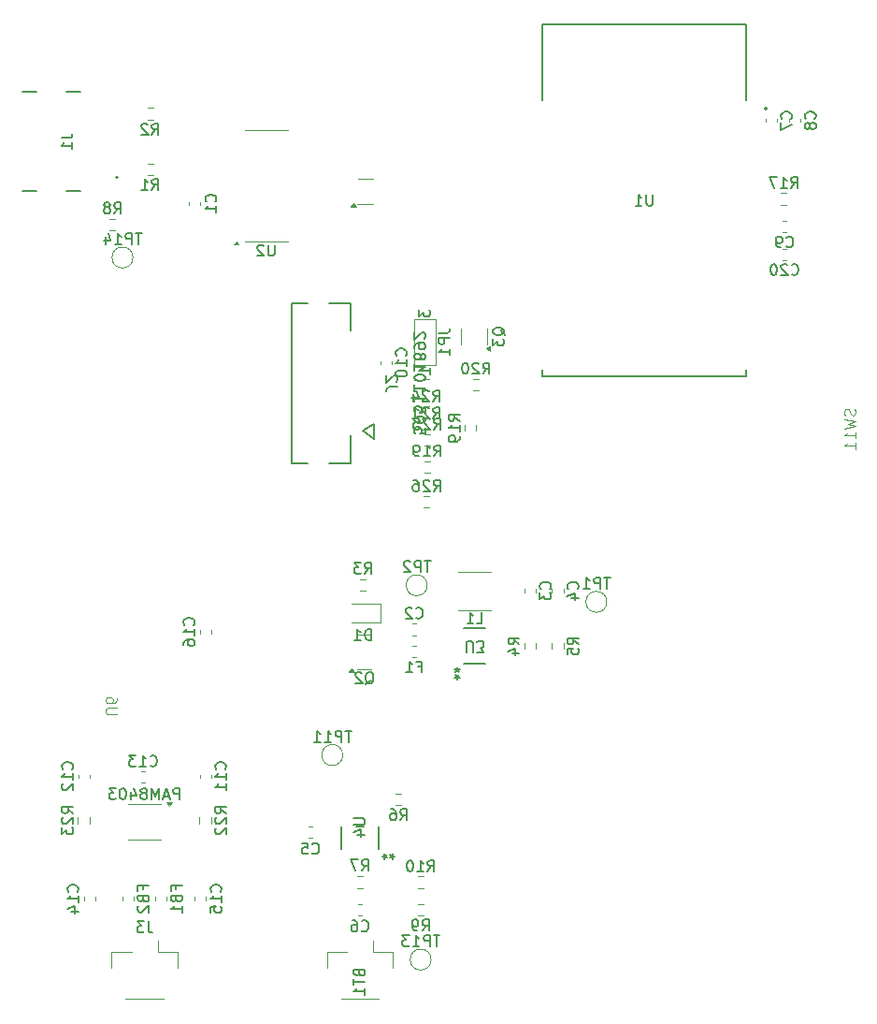
<source format=gbr>
%TF.GenerationSoftware,KiCad,Pcbnew,8.0.7*%
%TF.CreationDate,2025-01-02T12:18:17+01:00*%
%TF.ProjectId,redroid_go,72656472-6f69-4645-9f67-6f2e6b696361,rev?*%
%TF.SameCoordinates,Original*%
%TF.FileFunction,Legend,Bot*%
%TF.FilePolarity,Positive*%
%FSLAX46Y46*%
G04 Gerber Fmt 4.6, Leading zero omitted, Abs format (unit mm)*
G04 Created by KiCad (PCBNEW 8.0.7) date 2025-01-02 12:18:17*
%MOMM*%
%LPD*%
G01*
G04 APERTURE LIST*
%ADD10C,0.150000*%
%ADD11C,0.100000*%
%ADD12C,0.152400*%
%ADD13C,0.120000*%
%ADD14C,0.200000*%
G04 APERTURE END LIST*
D10*
X167648544Y-101185629D02*
X167648544Y-100376106D01*
X167648544Y-100376106D02*
X167696163Y-100280868D01*
X167696163Y-100280868D02*
X167743782Y-100233249D01*
X167743782Y-100233249D02*
X167839020Y-100185629D01*
X167839020Y-100185629D02*
X168029496Y-100185629D01*
X168029496Y-100185629D02*
X168124734Y-100233249D01*
X168124734Y-100233249D02*
X168172353Y-100280868D01*
X168172353Y-100280868D02*
X168219972Y-100376106D01*
X168219972Y-100376106D02*
X168219972Y-101185629D01*
X168600925Y-101185629D02*
X169219972Y-101185629D01*
X169219972Y-101185629D02*
X168886639Y-100804677D01*
X168886639Y-100804677D02*
X169029496Y-100804677D01*
X169029496Y-100804677D02*
X169124734Y-100757058D01*
X169124734Y-100757058D02*
X169172353Y-100709439D01*
X169172353Y-100709439D02*
X169219972Y-100614201D01*
X169219972Y-100614201D02*
X169219972Y-100376106D01*
X169219972Y-100376106D02*
X169172353Y-100280868D01*
X169172353Y-100280868D02*
X169124734Y-100233249D01*
X169124734Y-100233249D02*
X169029496Y-100185629D01*
X169029496Y-100185629D02*
X168743782Y-100185629D01*
X168743782Y-100185629D02*
X168648544Y-100233249D01*
X168648544Y-100233249D02*
X168600925Y-100280868D01*
X166803198Y-102568868D02*
X166803198Y-102806963D01*
X167041293Y-102711725D02*
X166803198Y-102806963D01*
X166803198Y-102806963D02*
X166565103Y-102711725D01*
X166946055Y-102997439D02*
X166803198Y-102806963D01*
X166803198Y-102806963D02*
X166660341Y-102997439D01*
X166803199Y-103659229D02*
X166803199Y-103421134D01*
X166565104Y-103516372D02*
X166803199Y-103421134D01*
X166803199Y-103421134D02*
X167041294Y-103516372D01*
X166660342Y-103230658D02*
X166803199Y-103421134D01*
X166803199Y-103421134D02*
X166946056Y-103230658D01*
X184511904Y-59788229D02*
X184511904Y-60597752D01*
X184511904Y-60597752D02*
X184464285Y-60692990D01*
X184464285Y-60692990D02*
X184416666Y-60740610D01*
X184416666Y-60740610D02*
X184321428Y-60788229D01*
X184321428Y-60788229D02*
X184130952Y-60788229D01*
X184130952Y-60788229D02*
X184035714Y-60740610D01*
X184035714Y-60740610D02*
X183988095Y-60692990D01*
X183988095Y-60692990D02*
X183940476Y-60597752D01*
X183940476Y-60597752D02*
X183940476Y-59788229D01*
X182940476Y-60788229D02*
X183511904Y-60788229D01*
X183226190Y-60788229D02*
X183226190Y-59788229D01*
X183226190Y-59788229D02*
X183321428Y-59931086D01*
X183321428Y-59931086D02*
X183416666Y-60026324D01*
X183416666Y-60026324D02*
X183511904Y-60073943D01*
X161395180Y-77183333D02*
X160680895Y-77183333D01*
X160680895Y-77183333D02*
X160538038Y-77230952D01*
X160538038Y-77230952D02*
X160442800Y-77326190D01*
X160442800Y-77326190D02*
X160395180Y-77469047D01*
X160395180Y-77469047D02*
X160395180Y-77564285D01*
X161299942Y-76754761D02*
X161347561Y-76707142D01*
X161347561Y-76707142D02*
X161395180Y-76611904D01*
X161395180Y-76611904D02*
X161395180Y-76373809D01*
X161395180Y-76373809D02*
X161347561Y-76278571D01*
X161347561Y-76278571D02*
X161299942Y-76230952D01*
X161299942Y-76230952D02*
X161204704Y-76183333D01*
X161204704Y-76183333D02*
X161109466Y-76183333D01*
X161109466Y-76183333D02*
X160966609Y-76230952D01*
X160966609Y-76230952D02*
X160395180Y-76802380D01*
X160395180Y-76802380D02*
X160395180Y-76183333D01*
X163935180Y-80897619D02*
X163935180Y-81373809D01*
X163935180Y-81373809D02*
X163458990Y-81421428D01*
X163458990Y-81421428D02*
X163506609Y-81373809D01*
X163506609Y-81373809D02*
X163554228Y-81278571D01*
X163554228Y-81278571D02*
X163554228Y-81040476D01*
X163554228Y-81040476D02*
X163506609Y-80945238D01*
X163506609Y-80945238D02*
X163458990Y-80897619D01*
X163458990Y-80897619D02*
X163363752Y-80850000D01*
X163363752Y-80850000D02*
X163125657Y-80850000D01*
X163125657Y-80850000D02*
X163030419Y-80897619D01*
X163030419Y-80897619D02*
X162982800Y-80945238D01*
X162982800Y-80945238D02*
X162935180Y-81040476D01*
X162935180Y-81040476D02*
X162935180Y-81278571D01*
X162935180Y-81278571D02*
X162982800Y-81373809D01*
X162982800Y-81373809D02*
X163030419Y-81421428D01*
X163935180Y-80230952D02*
X163935180Y-80135714D01*
X163935180Y-80135714D02*
X163887561Y-80040476D01*
X163887561Y-80040476D02*
X163839942Y-79992857D01*
X163839942Y-79992857D02*
X163744704Y-79945238D01*
X163744704Y-79945238D02*
X163554228Y-79897619D01*
X163554228Y-79897619D02*
X163316133Y-79897619D01*
X163316133Y-79897619D02*
X163125657Y-79945238D01*
X163125657Y-79945238D02*
X163030419Y-79992857D01*
X163030419Y-79992857D02*
X162982800Y-80040476D01*
X162982800Y-80040476D02*
X162935180Y-80135714D01*
X162935180Y-80135714D02*
X162935180Y-80230952D01*
X162935180Y-80230952D02*
X162982800Y-80326190D01*
X162982800Y-80326190D02*
X163030419Y-80373809D01*
X163030419Y-80373809D02*
X163125657Y-80421428D01*
X163125657Y-80421428D02*
X163316133Y-80469047D01*
X163316133Y-80469047D02*
X163554228Y-80469047D01*
X163554228Y-80469047D02*
X163744704Y-80421428D01*
X163744704Y-80421428D02*
X163839942Y-80373809D01*
X163839942Y-80373809D02*
X163887561Y-80326190D01*
X163887561Y-80326190D02*
X163935180Y-80230952D01*
X163935180Y-78992857D02*
X163935180Y-79469047D01*
X163935180Y-79469047D02*
X163458990Y-79516666D01*
X163458990Y-79516666D02*
X163506609Y-79469047D01*
X163506609Y-79469047D02*
X163554228Y-79373809D01*
X163554228Y-79373809D02*
X163554228Y-79135714D01*
X163554228Y-79135714D02*
X163506609Y-79040476D01*
X163506609Y-79040476D02*
X163458990Y-78992857D01*
X163458990Y-78992857D02*
X163363752Y-78945238D01*
X163363752Y-78945238D02*
X163125657Y-78945238D01*
X163125657Y-78945238D02*
X163030419Y-78992857D01*
X163030419Y-78992857D02*
X162982800Y-79040476D01*
X162982800Y-79040476D02*
X162935180Y-79135714D01*
X162935180Y-79135714D02*
X162935180Y-79373809D01*
X162935180Y-79373809D02*
X162982800Y-79469047D01*
X162982800Y-79469047D02*
X163030419Y-79516666D01*
X162935180Y-77992857D02*
X162935180Y-78564285D01*
X162935180Y-78278571D02*
X163935180Y-78278571D01*
X163935180Y-78278571D02*
X163792323Y-78373809D01*
X163792323Y-78373809D02*
X163697085Y-78469047D01*
X163697085Y-78469047D02*
X163649466Y-78564285D01*
X162935180Y-77040476D02*
X162935180Y-77611904D01*
X162935180Y-77326190D02*
X163935180Y-77326190D01*
X163935180Y-77326190D02*
X163792323Y-77421428D01*
X163792323Y-77421428D02*
X163697085Y-77516666D01*
X163697085Y-77516666D02*
X163649466Y-77611904D01*
X163935180Y-76421428D02*
X163935180Y-76326190D01*
X163935180Y-76326190D02*
X163887561Y-76230952D01*
X163887561Y-76230952D02*
X163839942Y-76183333D01*
X163839942Y-76183333D02*
X163744704Y-76135714D01*
X163744704Y-76135714D02*
X163554228Y-76088095D01*
X163554228Y-76088095D02*
X163316133Y-76088095D01*
X163316133Y-76088095D02*
X163125657Y-76135714D01*
X163125657Y-76135714D02*
X163030419Y-76183333D01*
X163030419Y-76183333D02*
X162982800Y-76230952D01*
X162982800Y-76230952D02*
X162935180Y-76326190D01*
X162935180Y-76326190D02*
X162935180Y-76421428D01*
X162935180Y-76421428D02*
X162982800Y-76516666D01*
X162982800Y-76516666D02*
X163030419Y-76564285D01*
X163030419Y-76564285D02*
X163125657Y-76611904D01*
X163125657Y-76611904D02*
X163316133Y-76659523D01*
X163316133Y-76659523D02*
X163554228Y-76659523D01*
X163554228Y-76659523D02*
X163744704Y-76611904D01*
X163744704Y-76611904D02*
X163839942Y-76564285D01*
X163839942Y-76564285D02*
X163887561Y-76516666D01*
X163887561Y-76516666D02*
X163935180Y-76421428D01*
X162935180Y-75135714D02*
X162935180Y-75707142D01*
X162935180Y-75421428D02*
X163935180Y-75421428D01*
X163935180Y-75421428D02*
X163792323Y-75516666D01*
X163792323Y-75516666D02*
X163697085Y-75611904D01*
X163697085Y-75611904D02*
X163649466Y-75707142D01*
X163506609Y-74564285D02*
X163554228Y-74659523D01*
X163554228Y-74659523D02*
X163601847Y-74707142D01*
X163601847Y-74707142D02*
X163697085Y-74754761D01*
X163697085Y-74754761D02*
X163744704Y-74754761D01*
X163744704Y-74754761D02*
X163839942Y-74707142D01*
X163839942Y-74707142D02*
X163887561Y-74659523D01*
X163887561Y-74659523D02*
X163935180Y-74564285D01*
X163935180Y-74564285D02*
X163935180Y-74373809D01*
X163935180Y-74373809D02*
X163887561Y-74278571D01*
X163887561Y-74278571D02*
X163839942Y-74230952D01*
X163839942Y-74230952D02*
X163744704Y-74183333D01*
X163744704Y-74183333D02*
X163697085Y-74183333D01*
X163697085Y-74183333D02*
X163601847Y-74230952D01*
X163601847Y-74230952D02*
X163554228Y-74278571D01*
X163554228Y-74278571D02*
X163506609Y-74373809D01*
X163506609Y-74373809D02*
X163506609Y-74564285D01*
X163506609Y-74564285D02*
X163458990Y-74659523D01*
X163458990Y-74659523D02*
X163411371Y-74707142D01*
X163411371Y-74707142D02*
X163316133Y-74754761D01*
X163316133Y-74754761D02*
X163125657Y-74754761D01*
X163125657Y-74754761D02*
X163030419Y-74707142D01*
X163030419Y-74707142D02*
X162982800Y-74659523D01*
X162982800Y-74659523D02*
X162935180Y-74564285D01*
X162935180Y-74564285D02*
X162935180Y-74373809D01*
X162935180Y-74373809D02*
X162982800Y-74278571D01*
X162982800Y-74278571D02*
X163030419Y-74230952D01*
X163030419Y-74230952D02*
X163125657Y-74183333D01*
X163125657Y-74183333D02*
X163316133Y-74183333D01*
X163316133Y-74183333D02*
X163411371Y-74230952D01*
X163411371Y-74230952D02*
X163458990Y-74278571D01*
X163458990Y-74278571D02*
X163506609Y-74373809D01*
X162935180Y-73707142D02*
X162935180Y-73516666D01*
X162935180Y-73516666D02*
X162982800Y-73421428D01*
X162982800Y-73421428D02*
X163030419Y-73373809D01*
X163030419Y-73373809D02*
X163173276Y-73278571D01*
X163173276Y-73278571D02*
X163363752Y-73230952D01*
X163363752Y-73230952D02*
X163744704Y-73230952D01*
X163744704Y-73230952D02*
X163839942Y-73278571D01*
X163839942Y-73278571D02*
X163887561Y-73326190D01*
X163887561Y-73326190D02*
X163935180Y-73421428D01*
X163935180Y-73421428D02*
X163935180Y-73611904D01*
X163935180Y-73611904D02*
X163887561Y-73707142D01*
X163887561Y-73707142D02*
X163839942Y-73754761D01*
X163839942Y-73754761D02*
X163744704Y-73802380D01*
X163744704Y-73802380D02*
X163506609Y-73802380D01*
X163506609Y-73802380D02*
X163411371Y-73754761D01*
X163411371Y-73754761D02*
X163363752Y-73707142D01*
X163363752Y-73707142D02*
X163316133Y-73611904D01*
X163316133Y-73611904D02*
X163316133Y-73421428D01*
X163316133Y-73421428D02*
X163363752Y-73326190D01*
X163363752Y-73326190D02*
X163411371Y-73278571D01*
X163411371Y-73278571D02*
X163506609Y-73230952D01*
X163839942Y-72849999D02*
X163887561Y-72802380D01*
X163887561Y-72802380D02*
X163935180Y-72707142D01*
X163935180Y-72707142D02*
X163935180Y-72469047D01*
X163935180Y-72469047D02*
X163887561Y-72373809D01*
X163887561Y-72373809D02*
X163839942Y-72326190D01*
X163839942Y-72326190D02*
X163744704Y-72278571D01*
X163744704Y-72278571D02*
X163649466Y-72278571D01*
X163649466Y-72278571D02*
X163506609Y-72326190D01*
X163506609Y-72326190D02*
X162935180Y-72897618D01*
X162935180Y-72897618D02*
X162935180Y-72278571D01*
X157238094Y-108306819D02*
X156666666Y-108306819D01*
X156952380Y-109306819D02*
X156952380Y-108306819D01*
X156333332Y-109306819D02*
X156333332Y-108306819D01*
X156333332Y-108306819D02*
X155952380Y-108306819D01*
X155952380Y-108306819D02*
X155857142Y-108354438D01*
X155857142Y-108354438D02*
X155809523Y-108402057D01*
X155809523Y-108402057D02*
X155761904Y-108497295D01*
X155761904Y-108497295D02*
X155761904Y-108640152D01*
X155761904Y-108640152D02*
X155809523Y-108735390D01*
X155809523Y-108735390D02*
X155857142Y-108783009D01*
X155857142Y-108783009D02*
X155952380Y-108830628D01*
X155952380Y-108830628D02*
X156333332Y-108830628D01*
X154809523Y-109306819D02*
X155380951Y-109306819D01*
X155095237Y-109306819D02*
X155095237Y-108306819D01*
X155095237Y-108306819D02*
X155190475Y-108449676D01*
X155190475Y-108449676D02*
X155285713Y-108544914D01*
X155285713Y-108544914D02*
X155380951Y-108592533D01*
X153857142Y-109306819D02*
X154428570Y-109306819D01*
X154142856Y-109306819D02*
X154142856Y-108306819D01*
X154142856Y-108306819D02*
X154238094Y-108449676D01*
X154238094Y-108449676D02*
X154333332Y-108544914D01*
X154333332Y-108544914D02*
X154428570Y-108592533D01*
X165238094Y-126806819D02*
X164666666Y-126806819D01*
X164952380Y-127806819D02*
X164952380Y-126806819D01*
X164333332Y-127806819D02*
X164333332Y-126806819D01*
X164333332Y-126806819D02*
X163952380Y-126806819D01*
X163952380Y-126806819D02*
X163857142Y-126854438D01*
X163857142Y-126854438D02*
X163809523Y-126902057D01*
X163809523Y-126902057D02*
X163761904Y-126997295D01*
X163761904Y-126997295D02*
X163761904Y-127140152D01*
X163761904Y-127140152D02*
X163809523Y-127235390D01*
X163809523Y-127235390D02*
X163857142Y-127283009D01*
X163857142Y-127283009D02*
X163952380Y-127330628D01*
X163952380Y-127330628D02*
X164333332Y-127330628D01*
X162809523Y-127806819D02*
X163380951Y-127806819D01*
X163095237Y-127806819D02*
X163095237Y-126806819D01*
X163095237Y-126806819D02*
X163190475Y-126949676D01*
X163190475Y-126949676D02*
X163285713Y-127044914D01*
X163285713Y-127044914D02*
X163380951Y-127092533D01*
X162476189Y-126806819D02*
X161857142Y-126806819D01*
X161857142Y-126806819D02*
X162190475Y-127187771D01*
X162190475Y-127187771D02*
X162047618Y-127187771D01*
X162047618Y-127187771D02*
X161952380Y-127235390D01*
X161952380Y-127235390D02*
X161904761Y-127283009D01*
X161904761Y-127283009D02*
X161857142Y-127378247D01*
X161857142Y-127378247D02*
X161857142Y-127616342D01*
X161857142Y-127616342D02*
X161904761Y-127711580D01*
X161904761Y-127711580D02*
X161952380Y-127759200D01*
X161952380Y-127759200D02*
X162047618Y-127806819D01*
X162047618Y-127806819D02*
X162333332Y-127806819D01*
X162333332Y-127806819D02*
X162428570Y-127759200D01*
X162428570Y-127759200D02*
X162476189Y-127711580D01*
X197092857Y-66989580D02*
X197140476Y-67037200D01*
X197140476Y-67037200D02*
X197283333Y-67084819D01*
X197283333Y-67084819D02*
X197378571Y-67084819D01*
X197378571Y-67084819D02*
X197521428Y-67037200D01*
X197521428Y-67037200D02*
X197616666Y-66941961D01*
X197616666Y-66941961D02*
X197664285Y-66846723D01*
X197664285Y-66846723D02*
X197711904Y-66656247D01*
X197711904Y-66656247D02*
X197711904Y-66513390D01*
X197711904Y-66513390D02*
X197664285Y-66322914D01*
X197664285Y-66322914D02*
X197616666Y-66227676D01*
X197616666Y-66227676D02*
X197521428Y-66132438D01*
X197521428Y-66132438D02*
X197378571Y-66084819D01*
X197378571Y-66084819D02*
X197283333Y-66084819D01*
X197283333Y-66084819D02*
X197140476Y-66132438D01*
X197140476Y-66132438D02*
X197092857Y-66180057D01*
X196711904Y-66180057D02*
X196664285Y-66132438D01*
X196664285Y-66132438D02*
X196569047Y-66084819D01*
X196569047Y-66084819D02*
X196330952Y-66084819D01*
X196330952Y-66084819D02*
X196235714Y-66132438D01*
X196235714Y-66132438D02*
X196188095Y-66180057D01*
X196188095Y-66180057D02*
X196140476Y-66275295D01*
X196140476Y-66275295D02*
X196140476Y-66370533D01*
X196140476Y-66370533D02*
X196188095Y-66513390D01*
X196188095Y-66513390D02*
X196759523Y-67084819D01*
X196759523Y-67084819D02*
X196140476Y-67084819D01*
X195521428Y-66084819D02*
X195426190Y-66084819D01*
X195426190Y-66084819D02*
X195330952Y-66132438D01*
X195330952Y-66132438D02*
X195283333Y-66180057D01*
X195283333Y-66180057D02*
X195235714Y-66275295D01*
X195235714Y-66275295D02*
X195188095Y-66465771D01*
X195188095Y-66465771D02*
X195188095Y-66703866D01*
X195188095Y-66703866D02*
X195235714Y-66894342D01*
X195235714Y-66894342D02*
X195283333Y-66989580D01*
X195283333Y-66989580D02*
X195330952Y-67037200D01*
X195330952Y-67037200D02*
X195426190Y-67084819D01*
X195426190Y-67084819D02*
X195521428Y-67084819D01*
X195521428Y-67084819D02*
X195616666Y-67037200D01*
X195616666Y-67037200D02*
X195664285Y-66989580D01*
X195664285Y-66989580D02*
X195711904Y-66894342D01*
X195711904Y-66894342D02*
X195759523Y-66703866D01*
X195759523Y-66703866D02*
X195759523Y-66465771D01*
X195759523Y-66465771D02*
X195711904Y-66275295D01*
X195711904Y-66275295D02*
X195664285Y-66180057D01*
X195664285Y-66180057D02*
X195616666Y-66132438D01*
X195616666Y-66132438D02*
X195521428Y-66084819D01*
X164142857Y-121024819D02*
X164476190Y-120548628D01*
X164714285Y-121024819D02*
X164714285Y-120024819D01*
X164714285Y-120024819D02*
X164333333Y-120024819D01*
X164333333Y-120024819D02*
X164238095Y-120072438D01*
X164238095Y-120072438D02*
X164190476Y-120120057D01*
X164190476Y-120120057D02*
X164142857Y-120215295D01*
X164142857Y-120215295D02*
X164142857Y-120358152D01*
X164142857Y-120358152D02*
X164190476Y-120453390D01*
X164190476Y-120453390D02*
X164238095Y-120501009D01*
X164238095Y-120501009D02*
X164333333Y-120548628D01*
X164333333Y-120548628D02*
X164714285Y-120548628D01*
X163190476Y-121024819D02*
X163761904Y-121024819D01*
X163476190Y-121024819D02*
X163476190Y-120024819D01*
X163476190Y-120024819D02*
X163571428Y-120167676D01*
X163571428Y-120167676D02*
X163666666Y-120262914D01*
X163666666Y-120262914D02*
X163761904Y-120310533D01*
X162571428Y-120024819D02*
X162476190Y-120024819D01*
X162476190Y-120024819D02*
X162380952Y-120072438D01*
X162380952Y-120072438D02*
X162333333Y-120120057D01*
X162333333Y-120120057D02*
X162285714Y-120215295D01*
X162285714Y-120215295D02*
X162238095Y-120405771D01*
X162238095Y-120405771D02*
X162238095Y-120643866D01*
X162238095Y-120643866D02*
X162285714Y-120834342D01*
X162285714Y-120834342D02*
X162333333Y-120929580D01*
X162333333Y-120929580D02*
X162380952Y-120977200D01*
X162380952Y-120977200D02*
X162476190Y-121024819D01*
X162476190Y-121024819D02*
X162571428Y-121024819D01*
X162571428Y-121024819D02*
X162666666Y-120977200D01*
X162666666Y-120977200D02*
X162714285Y-120929580D01*
X162714285Y-120929580D02*
X162761904Y-120834342D01*
X162761904Y-120834342D02*
X162809523Y-120643866D01*
X162809523Y-120643866D02*
X162809523Y-120405771D01*
X162809523Y-120405771D02*
X162761904Y-120215295D01*
X162761904Y-120215295D02*
X162714285Y-120120057D01*
X162714285Y-120120057D02*
X162666666Y-120072438D01*
X162666666Y-120072438D02*
X162571428Y-120024819D01*
X175200029Y-95473782D02*
X175247649Y-95426163D01*
X175247649Y-95426163D02*
X175295268Y-95283306D01*
X175295268Y-95283306D02*
X175295268Y-95188068D01*
X175295268Y-95188068D02*
X175247649Y-95045211D01*
X175247649Y-95045211D02*
X175152410Y-94949973D01*
X175152410Y-94949973D02*
X175057172Y-94902354D01*
X175057172Y-94902354D02*
X174866696Y-94854735D01*
X174866696Y-94854735D02*
X174723839Y-94854735D01*
X174723839Y-94854735D02*
X174533363Y-94902354D01*
X174533363Y-94902354D02*
X174438125Y-94949973D01*
X174438125Y-94949973D02*
X174342887Y-95045211D01*
X174342887Y-95045211D02*
X174295268Y-95188068D01*
X174295268Y-95188068D02*
X174295268Y-95283306D01*
X174295268Y-95283306D02*
X174342887Y-95426163D01*
X174342887Y-95426163D02*
X174390506Y-95473782D01*
X174295268Y-95807116D02*
X174295268Y-96426163D01*
X174295268Y-96426163D02*
X174676220Y-96092830D01*
X174676220Y-96092830D02*
X174676220Y-96235687D01*
X174676220Y-96235687D02*
X174723839Y-96330925D01*
X174723839Y-96330925D02*
X174771458Y-96378544D01*
X174771458Y-96378544D02*
X174866696Y-96426163D01*
X174866696Y-96426163D02*
X175104791Y-96426163D01*
X175104791Y-96426163D02*
X175200029Y-96378544D01*
X175200029Y-96378544D02*
X175247649Y-96330925D01*
X175247649Y-96330925D02*
X175295268Y-96235687D01*
X175295268Y-96235687D02*
X175295268Y-95949973D01*
X175295268Y-95949973D02*
X175247649Y-95854735D01*
X175247649Y-95854735D02*
X175200029Y-95807116D01*
X138361009Y-122666666D02*
X138361009Y-122333333D01*
X138884819Y-122333333D02*
X137884819Y-122333333D01*
X137884819Y-122333333D02*
X137884819Y-122809523D01*
X138361009Y-123523809D02*
X138408628Y-123666666D01*
X138408628Y-123666666D02*
X138456247Y-123714285D01*
X138456247Y-123714285D02*
X138551485Y-123761904D01*
X138551485Y-123761904D02*
X138694342Y-123761904D01*
X138694342Y-123761904D02*
X138789580Y-123714285D01*
X138789580Y-123714285D02*
X138837200Y-123666666D01*
X138837200Y-123666666D02*
X138884819Y-123571428D01*
X138884819Y-123571428D02*
X138884819Y-123190476D01*
X138884819Y-123190476D02*
X137884819Y-123190476D01*
X137884819Y-123190476D02*
X137884819Y-123523809D01*
X137884819Y-123523809D02*
X137932438Y-123619047D01*
X137932438Y-123619047D02*
X137980057Y-123666666D01*
X137980057Y-123666666D02*
X138075295Y-123714285D01*
X138075295Y-123714285D02*
X138170533Y-123714285D01*
X138170533Y-123714285D02*
X138265771Y-123666666D01*
X138265771Y-123666666D02*
X138313390Y-123619047D01*
X138313390Y-123619047D02*
X138361009Y-123523809D01*
X138361009Y-123523809D02*
X138361009Y-123190476D01*
X137980057Y-124142857D02*
X137932438Y-124190476D01*
X137932438Y-124190476D02*
X137884819Y-124285714D01*
X137884819Y-124285714D02*
X137884819Y-124523809D01*
X137884819Y-124523809D02*
X137932438Y-124619047D01*
X137932438Y-124619047D02*
X137980057Y-124666666D01*
X137980057Y-124666666D02*
X138075295Y-124714285D01*
X138075295Y-124714285D02*
X138170533Y-124714285D01*
X138170533Y-124714285D02*
X138313390Y-124666666D01*
X138313390Y-124666666D02*
X138884819Y-124095238D01*
X138884819Y-124095238D02*
X138884819Y-124714285D01*
X159011043Y-100095268D02*
X159011043Y-99095268D01*
X159011043Y-99095268D02*
X158772948Y-99095268D01*
X158772948Y-99095268D02*
X158630091Y-99142887D01*
X158630091Y-99142887D02*
X158534853Y-99238125D01*
X158534853Y-99238125D02*
X158487234Y-99333363D01*
X158487234Y-99333363D02*
X158439615Y-99523839D01*
X158439615Y-99523839D02*
X158439615Y-99666696D01*
X158439615Y-99666696D02*
X158487234Y-99857172D01*
X158487234Y-99857172D02*
X158534853Y-99952410D01*
X158534853Y-99952410D02*
X158630091Y-100047649D01*
X158630091Y-100047649D02*
X158772948Y-100095268D01*
X158772948Y-100095268D02*
X159011043Y-100095268D01*
X157487234Y-100095268D02*
X158058662Y-100095268D01*
X157772948Y-100095268D02*
X157772948Y-99095268D01*
X157772948Y-99095268D02*
X157868186Y-99238125D01*
X157868186Y-99238125D02*
X157963424Y-99333363D01*
X157963424Y-99333363D02*
X158058662Y-99380982D01*
X157454819Y-116238095D02*
X158264342Y-116238095D01*
X158264342Y-116238095D02*
X158359580Y-116285714D01*
X158359580Y-116285714D02*
X158407200Y-116333333D01*
X158407200Y-116333333D02*
X158454819Y-116428571D01*
X158454819Y-116428571D02*
X158454819Y-116619047D01*
X158454819Y-116619047D02*
X158407200Y-116714285D01*
X158407200Y-116714285D02*
X158359580Y-116761904D01*
X158359580Y-116761904D02*
X158264342Y-116809523D01*
X158264342Y-116809523D02*
X157454819Y-116809523D01*
X157788152Y-117714285D02*
X158454819Y-117714285D01*
X157407200Y-117476190D02*
X158121485Y-117238095D01*
X158121485Y-117238095D02*
X158121485Y-117857142D01*
X160055819Y-119651000D02*
X160293914Y-119651000D01*
X160198676Y-119412905D02*
X160293914Y-119651000D01*
X160293914Y-119651000D02*
X160198676Y-119889095D01*
X160484390Y-119508143D02*
X160293914Y-119651000D01*
X160293914Y-119651000D02*
X160484390Y-119793857D01*
X161146180Y-119650999D02*
X160908085Y-119650999D01*
X161003323Y-119889094D02*
X160908085Y-119650999D01*
X160908085Y-119650999D02*
X161003323Y-119412904D01*
X160717609Y-119793856D02*
X160908085Y-119650999D01*
X160908085Y-119650999D02*
X160717609Y-119508142D01*
X132429580Y-122857142D02*
X132477200Y-122809523D01*
X132477200Y-122809523D02*
X132524819Y-122666666D01*
X132524819Y-122666666D02*
X132524819Y-122571428D01*
X132524819Y-122571428D02*
X132477200Y-122428571D01*
X132477200Y-122428571D02*
X132381961Y-122333333D01*
X132381961Y-122333333D02*
X132286723Y-122285714D01*
X132286723Y-122285714D02*
X132096247Y-122238095D01*
X132096247Y-122238095D02*
X131953390Y-122238095D01*
X131953390Y-122238095D02*
X131762914Y-122285714D01*
X131762914Y-122285714D02*
X131667676Y-122333333D01*
X131667676Y-122333333D02*
X131572438Y-122428571D01*
X131572438Y-122428571D02*
X131524819Y-122571428D01*
X131524819Y-122571428D02*
X131524819Y-122666666D01*
X131524819Y-122666666D02*
X131572438Y-122809523D01*
X131572438Y-122809523D02*
X131620057Y-122857142D01*
X132524819Y-123809523D02*
X132524819Y-123238095D01*
X132524819Y-123523809D02*
X131524819Y-123523809D01*
X131524819Y-123523809D02*
X131667676Y-123428571D01*
X131667676Y-123428571D02*
X131762914Y-123333333D01*
X131762914Y-123333333D02*
X131810533Y-123238095D01*
X131858152Y-124666666D02*
X132524819Y-124666666D01*
X131477200Y-124428571D02*
X132191485Y-124190476D01*
X132191485Y-124190476D02*
X132191485Y-124809523D01*
X138238094Y-63306819D02*
X137666666Y-63306819D01*
X137952380Y-64306819D02*
X137952380Y-63306819D01*
X137333332Y-64306819D02*
X137333332Y-63306819D01*
X137333332Y-63306819D02*
X136952380Y-63306819D01*
X136952380Y-63306819D02*
X136857142Y-63354438D01*
X136857142Y-63354438D02*
X136809523Y-63402057D01*
X136809523Y-63402057D02*
X136761904Y-63497295D01*
X136761904Y-63497295D02*
X136761904Y-63640152D01*
X136761904Y-63640152D02*
X136809523Y-63735390D01*
X136809523Y-63735390D02*
X136857142Y-63783009D01*
X136857142Y-63783009D02*
X136952380Y-63830628D01*
X136952380Y-63830628D02*
X137333332Y-63830628D01*
X135809523Y-64306819D02*
X136380951Y-64306819D01*
X136095237Y-64306819D02*
X136095237Y-63306819D01*
X136095237Y-63306819D02*
X136190475Y-63449676D01*
X136190475Y-63449676D02*
X136285713Y-63544914D01*
X136285713Y-63544914D02*
X136380951Y-63592533D01*
X134952380Y-63640152D02*
X134952380Y-64306819D01*
X135190475Y-63259200D02*
X135428570Y-63973485D01*
X135428570Y-63973485D02*
X134809523Y-63973485D01*
X139166666Y-54384819D02*
X139499999Y-53908628D01*
X139738094Y-54384819D02*
X139738094Y-53384819D01*
X139738094Y-53384819D02*
X139357142Y-53384819D01*
X139357142Y-53384819D02*
X139261904Y-53432438D01*
X139261904Y-53432438D02*
X139214285Y-53480057D01*
X139214285Y-53480057D02*
X139166666Y-53575295D01*
X139166666Y-53575295D02*
X139166666Y-53718152D01*
X139166666Y-53718152D02*
X139214285Y-53813390D01*
X139214285Y-53813390D02*
X139261904Y-53861009D01*
X139261904Y-53861009D02*
X139357142Y-53908628D01*
X139357142Y-53908628D02*
X139738094Y-53908628D01*
X138785713Y-53480057D02*
X138738094Y-53432438D01*
X138738094Y-53432438D02*
X138642856Y-53384819D01*
X138642856Y-53384819D02*
X138404761Y-53384819D01*
X138404761Y-53384819D02*
X138309523Y-53432438D01*
X138309523Y-53432438D02*
X138261904Y-53480057D01*
X138261904Y-53480057D02*
X138214285Y-53575295D01*
X138214285Y-53575295D02*
X138214285Y-53670533D01*
X138214285Y-53670533D02*
X138261904Y-53813390D01*
X138261904Y-53813390D02*
X138833332Y-54384819D01*
X138833332Y-54384819D02*
X138214285Y-54384819D01*
X157931009Y-130214285D02*
X157978628Y-130357142D01*
X157978628Y-130357142D02*
X158026247Y-130404761D01*
X158026247Y-130404761D02*
X158121485Y-130452380D01*
X158121485Y-130452380D02*
X158264342Y-130452380D01*
X158264342Y-130452380D02*
X158359580Y-130404761D01*
X158359580Y-130404761D02*
X158407200Y-130357142D01*
X158407200Y-130357142D02*
X158454819Y-130261904D01*
X158454819Y-130261904D02*
X158454819Y-129880952D01*
X158454819Y-129880952D02*
X157454819Y-129880952D01*
X157454819Y-129880952D02*
X157454819Y-130214285D01*
X157454819Y-130214285D02*
X157502438Y-130309523D01*
X157502438Y-130309523D02*
X157550057Y-130357142D01*
X157550057Y-130357142D02*
X157645295Y-130404761D01*
X157645295Y-130404761D02*
X157740533Y-130404761D01*
X157740533Y-130404761D02*
X157835771Y-130357142D01*
X157835771Y-130357142D02*
X157883390Y-130309523D01*
X157883390Y-130309523D02*
X157931009Y-130214285D01*
X157931009Y-130214285D02*
X157931009Y-129880952D01*
X157454819Y-130738095D02*
X157454819Y-131309523D01*
X158454819Y-131023809D02*
X157454819Y-131023809D01*
X158454819Y-132166666D02*
X158454819Y-131595238D01*
X158454819Y-131880952D02*
X157454819Y-131880952D01*
X157454819Y-131880952D02*
X157597676Y-131785714D01*
X157597676Y-131785714D02*
X157692914Y-131690476D01*
X157692914Y-131690476D02*
X157740533Y-131595238D01*
X130954819Y-54666666D02*
X131669104Y-54666666D01*
X131669104Y-54666666D02*
X131811961Y-54619047D01*
X131811961Y-54619047D02*
X131907200Y-54523809D01*
X131907200Y-54523809D02*
X131954819Y-54380952D01*
X131954819Y-54380952D02*
X131954819Y-54285714D01*
X131954819Y-55666666D02*
X131954819Y-55095238D01*
X131954819Y-55380952D02*
X130954819Y-55380952D01*
X130954819Y-55380952D02*
X131097676Y-55285714D01*
X131097676Y-55285714D02*
X131192914Y-55190476D01*
X131192914Y-55190476D02*
X131240533Y-55095238D01*
D11*
X202834800Y-79190476D02*
X202882419Y-79333333D01*
X202882419Y-79333333D02*
X202882419Y-79571428D01*
X202882419Y-79571428D02*
X202834800Y-79666666D01*
X202834800Y-79666666D02*
X202787180Y-79714285D01*
X202787180Y-79714285D02*
X202691942Y-79761904D01*
X202691942Y-79761904D02*
X202596704Y-79761904D01*
X202596704Y-79761904D02*
X202501466Y-79714285D01*
X202501466Y-79714285D02*
X202453847Y-79666666D01*
X202453847Y-79666666D02*
X202406228Y-79571428D01*
X202406228Y-79571428D02*
X202358609Y-79380952D01*
X202358609Y-79380952D02*
X202310990Y-79285714D01*
X202310990Y-79285714D02*
X202263371Y-79238095D01*
X202263371Y-79238095D02*
X202168133Y-79190476D01*
X202168133Y-79190476D02*
X202072895Y-79190476D01*
X202072895Y-79190476D02*
X201977657Y-79238095D01*
X201977657Y-79238095D02*
X201930038Y-79285714D01*
X201930038Y-79285714D02*
X201882419Y-79380952D01*
X201882419Y-79380952D02*
X201882419Y-79619047D01*
X201882419Y-79619047D02*
X201930038Y-79761904D01*
X201882419Y-80095238D02*
X202882419Y-80333333D01*
X202882419Y-80333333D02*
X202168133Y-80523809D01*
X202168133Y-80523809D02*
X202882419Y-80714285D01*
X202882419Y-80714285D02*
X201882419Y-80952381D01*
X202882419Y-81857142D02*
X202882419Y-81285714D01*
X202882419Y-81571428D02*
X201882419Y-81571428D01*
X201882419Y-81571428D02*
X202025276Y-81476190D01*
X202025276Y-81476190D02*
X202120514Y-81380952D01*
X202120514Y-81380952D02*
X202168133Y-81285714D01*
X202882419Y-82809523D02*
X202882419Y-82238095D01*
X202882419Y-82523809D02*
X201882419Y-82523809D01*
X201882419Y-82523809D02*
X202025276Y-82428571D01*
X202025276Y-82428571D02*
X202120514Y-82333333D01*
X202120514Y-82333333D02*
X202168133Y-82238095D01*
D10*
X164642857Y-80034819D02*
X164976190Y-79558628D01*
X165214285Y-80034819D02*
X165214285Y-79034819D01*
X165214285Y-79034819D02*
X164833333Y-79034819D01*
X164833333Y-79034819D02*
X164738095Y-79082438D01*
X164738095Y-79082438D02*
X164690476Y-79130057D01*
X164690476Y-79130057D02*
X164642857Y-79225295D01*
X164642857Y-79225295D02*
X164642857Y-79368152D01*
X164642857Y-79368152D02*
X164690476Y-79463390D01*
X164690476Y-79463390D02*
X164738095Y-79511009D01*
X164738095Y-79511009D02*
X164833333Y-79558628D01*
X164833333Y-79558628D02*
X165214285Y-79558628D01*
X164261904Y-79130057D02*
X164214285Y-79082438D01*
X164214285Y-79082438D02*
X164119047Y-79034819D01*
X164119047Y-79034819D02*
X163880952Y-79034819D01*
X163880952Y-79034819D02*
X163785714Y-79082438D01*
X163785714Y-79082438D02*
X163738095Y-79130057D01*
X163738095Y-79130057D02*
X163690476Y-79225295D01*
X163690476Y-79225295D02*
X163690476Y-79320533D01*
X163690476Y-79320533D02*
X163738095Y-79463390D01*
X163738095Y-79463390D02*
X164309523Y-80034819D01*
X164309523Y-80034819D02*
X163690476Y-80034819D01*
X162738095Y-80034819D02*
X163309523Y-80034819D01*
X163023809Y-80034819D02*
X163023809Y-79034819D01*
X163023809Y-79034819D02*
X163119047Y-79177676D01*
X163119047Y-79177676D02*
X163214285Y-79272914D01*
X163214285Y-79272914D02*
X163309523Y-79320533D01*
X144909580Y-60433333D02*
X144957200Y-60385714D01*
X144957200Y-60385714D02*
X145004819Y-60242857D01*
X145004819Y-60242857D02*
X145004819Y-60147619D01*
X145004819Y-60147619D02*
X144957200Y-60004762D01*
X144957200Y-60004762D02*
X144861961Y-59909524D01*
X144861961Y-59909524D02*
X144766723Y-59861905D01*
X144766723Y-59861905D02*
X144576247Y-59814286D01*
X144576247Y-59814286D02*
X144433390Y-59814286D01*
X144433390Y-59814286D02*
X144242914Y-59861905D01*
X144242914Y-59861905D02*
X144147676Y-59909524D01*
X144147676Y-59909524D02*
X144052438Y-60004762D01*
X144052438Y-60004762D02*
X144004819Y-60147619D01*
X144004819Y-60147619D02*
X144004819Y-60242857D01*
X144004819Y-60242857D02*
X144052438Y-60385714D01*
X144052438Y-60385714D02*
X144100057Y-60433333D01*
X145004819Y-61385714D02*
X145004819Y-60814286D01*
X145004819Y-61100000D02*
X144004819Y-61100000D01*
X144004819Y-61100000D02*
X144147676Y-61004762D01*
X144147676Y-61004762D02*
X144242914Y-60909524D01*
X144242914Y-60909524D02*
X144290533Y-60814286D01*
X145789580Y-111769642D02*
X145837200Y-111722023D01*
X145837200Y-111722023D02*
X145884819Y-111579166D01*
X145884819Y-111579166D02*
X145884819Y-111483928D01*
X145884819Y-111483928D02*
X145837200Y-111341071D01*
X145837200Y-111341071D02*
X145741961Y-111245833D01*
X145741961Y-111245833D02*
X145646723Y-111198214D01*
X145646723Y-111198214D02*
X145456247Y-111150595D01*
X145456247Y-111150595D02*
X145313390Y-111150595D01*
X145313390Y-111150595D02*
X145122914Y-111198214D01*
X145122914Y-111198214D02*
X145027676Y-111245833D01*
X145027676Y-111245833D02*
X144932438Y-111341071D01*
X144932438Y-111341071D02*
X144884819Y-111483928D01*
X144884819Y-111483928D02*
X144884819Y-111579166D01*
X144884819Y-111579166D02*
X144932438Y-111722023D01*
X144932438Y-111722023D02*
X144980057Y-111769642D01*
X145884819Y-112722023D02*
X145884819Y-112150595D01*
X145884819Y-112436309D02*
X144884819Y-112436309D01*
X144884819Y-112436309D02*
X145027676Y-112341071D01*
X145027676Y-112341071D02*
X145122914Y-112245833D01*
X145122914Y-112245833D02*
X145170533Y-112150595D01*
X145884819Y-113674404D02*
X145884819Y-113102976D01*
X145884819Y-113388690D02*
X144884819Y-113388690D01*
X144884819Y-113388690D02*
X145027676Y-113293452D01*
X145027676Y-113293452D02*
X145122914Y-113198214D01*
X145122914Y-113198214D02*
X145170533Y-113102976D01*
X164730357Y-81024819D02*
X165063690Y-80548628D01*
X165301785Y-81024819D02*
X165301785Y-80024819D01*
X165301785Y-80024819D02*
X164920833Y-80024819D01*
X164920833Y-80024819D02*
X164825595Y-80072438D01*
X164825595Y-80072438D02*
X164777976Y-80120057D01*
X164777976Y-80120057D02*
X164730357Y-80215295D01*
X164730357Y-80215295D02*
X164730357Y-80358152D01*
X164730357Y-80358152D02*
X164777976Y-80453390D01*
X164777976Y-80453390D02*
X164825595Y-80501009D01*
X164825595Y-80501009D02*
X164920833Y-80548628D01*
X164920833Y-80548628D02*
X165301785Y-80548628D01*
X164349404Y-80120057D02*
X164301785Y-80072438D01*
X164301785Y-80072438D02*
X164206547Y-80024819D01*
X164206547Y-80024819D02*
X163968452Y-80024819D01*
X163968452Y-80024819D02*
X163873214Y-80072438D01*
X163873214Y-80072438D02*
X163825595Y-80120057D01*
X163825595Y-80120057D02*
X163777976Y-80215295D01*
X163777976Y-80215295D02*
X163777976Y-80310533D01*
X163777976Y-80310533D02*
X163825595Y-80453390D01*
X163825595Y-80453390D02*
X164397023Y-81024819D01*
X164397023Y-81024819D02*
X163777976Y-81024819D01*
X162873214Y-80024819D02*
X163349404Y-80024819D01*
X163349404Y-80024819D02*
X163397023Y-80501009D01*
X163397023Y-80501009D02*
X163349404Y-80453390D01*
X163349404Y-80453390D02*
X163254166Y-80405771D01*
X163254166Y-80405771D02*
X163016071Y-80405771D01*
X163016071Y-80405771D02*
X162920833Y-80453390D01*
X162920833Y-80453390D02*
X162873214Y-80501009D01*
X162873214Y-80501009D02*
X162825595Y-80596247D01*
X162825595Y-80596247D02*
X162825595Y-80834342D01*
X162825595Y-80834342D02*
X162873214Y-80929580D01*
X162873214Y-80929580D02*
X162920833Y-80977200D01*
X162920833Y-80977200D02*
X163016071Y-81024819D01*
X163016071Y-81024819D02*
X163254166Y-81024819D01*
X163254166Y-81024819D02*
X163349404Y-80977200D01*
X163349404Y-80977200D02*
X163397023Y-80929580D01*
X180672353Y-94447268D02*
X180100925Y-94447268D01*
X180386639Y-95447268D02*
X180386639Y-94447268D01*
X179767591Y-95447268D02*
X179767591Y-94447268D01*
X179767591Y-94447268D02*
X179386639Y-94447268D01*
X179386639Y-94447268D02*
X179291401Y-94494887D01*
X179291401Y-94494887D02*
X179243782Y-94542506D01*
X179243782Y-94542506D02*
X179196163Y-94637744D01*
X179196163Y-94637744D02*
X179196163Y-94780601D01*
X179196163Y-94780601D02*
X179243782Y-94875839D01*
X179243782Y-94875839D02*
X179291401Y-94923458D01*
X179291401Y-94923458D02*
X179386639Y-94971077D01*
X179386639Y-94971077D02*
X179767591Y-94971077D01*
X178243782Y-95447268D02*
X178815210Y-95447268D01*
X178529496Y-95447268D02*
X178529496Y-94447268D01*
X178529496Y-94447268D02*
X178624734Y-94590125D01*
X178624734Y-94590125D02*
X178719972Y-94685363D01*
X178719972Y-94685363D02*
X178815210Y-94732982D01*
X141666666Y-114504819D02*
X141666666Y-113504819D01*
X141666666Y-113504819D02*
X141285714Y-113504819D01*
X141285714Y-113504819D02*
X141190476Y-113552438D01*
X141190476Y-113552438D02*
X141142857Y-113600057D01*
X141142857Y-113600057D02*
X141095238Y-113695295D01*
X141095238Y-113695295D02*
X141095238Y-113838152D01*
X141095238Y-113838152D02*
X141142857Y-113933390D01*
X141142857Y-113933390D02*
X141190476Y-113981009D01*
X141190476Y-113981009D02*
X141285714Y-114028628D01*
X141285714Y-114028628D02*
X141666666Y-114028628D01*
X140714285Y-114219104D02*
X140238095Y-114219104D01*
X140809523Y-114504819D02*
X140476190Y-113504819D01*
X140476190Y-113504819D02*
X140142857Y-114504819D01*
X139809523Y-114504819D02*
X139809523Y-113504819D01*
X139809523Y-113504819D02*
X139476190Y-114219104D01*
X139476190Y-114219104D02*
X139142857Y-113504819D01*
X139142857Y-113504819D02*
X139142857Y-114504819D01*
X138523809Y-113933390D02*
X138619047Y-113885771D01*
X138619047Y-113885771D02*
X138666666Y-113838152D01*
X138666666Y-113838152D02*
X138714285Y-113742914D01*
X138714285Y-113742914D02*
X138714285Y-113695295D01*
X138714285Y-113695295D02*
X138666666Y-113600057D01*
X138666666Y-113600057D02*
X138619047Y-113552438D01*
X138619047Y-113552438D02*
X138523809Y-113504819D01*
X138523809Y-113504819D02*
X138333333Y-113504819D01*
X138333333Y-113504819D02*
X138238095Y-113552438D01*
X138238095Y-113552438D02*
X138190476Y-113600057D01*
X138190476Y-113600057D02*
X138142857Y-113695295D01*
X138142857Y-113695295D02*
X138142857Y-113742914D01*
X138142857Y-113742914D02*
X138190476Y-113838152D01*
X138190476Y-113838152D02*
X138238095Y-113885771D01*
X138238095Y-113885771D02*
X138333333Y-113933390D01*
X138333333Y-113933390D02*
X138523809Y-113933390D01*
X138523809Y-113933390D02*
X138619047Y-113981009D01*
X138619047Y-113981009D02*
X138666666Y-114028628D01*
X138666666Y-114028628D02*
X138714285Y-114123866D01*
X138714285Y-114123866D02*
X138714285Y-114314342D01*
X138714285Y-114314342D02*
X138666666Y-114409580D01*
X138666666Y-114409580D02*
X138619047Y-114457200D01*
X138619047Y-114457200D02*
X138523809Y-114504819D01*
X138523809Y-114504819D02*
X138333333Y-114504819D01*
X138333333Y-114504819D02*
X138238095Y-114457200D01*
X138238095Y-114457200D02*
X138190476Y-114409580D01*
X138190476Y-114409580D02*
X138142857Y-114314342D01*
X138142857Y-114314342D02*
X138142857Y-114123866D01*
X138142857Y-114123866D02*
X138190476Y-114028628D01*
X138190476Y-114028628D02*
X138238095Y-113981009D01*
X138238095Y-113981009D02*
X138333333Y-113933390D01*
X137285714Y-113838152D02*
X137285714Y-114504819D01*
X137523809Y-113457200D02*
X137761904Y-114171485D01*
X137761904Y-114171485D02*
X137142857Y-114171485D01*
X136571428Y-113504819D02*
X136476190Y-113504819D01*
X136476190Y-113504819D02*
X136380952Y-113552438D01*
X136380952Y-113552438D02*
X136333333Y-113600057D01*
X136333333Y-113600057D02*
X136285714Y-113695295D01*
X136285714Y-113695295D02*
X136238095Y-113885771D01*
X136238095Y-113885771D02*
X136238095Y-114123866D01*
X136238095Y-114123866D02*
X136285714Y-114314342D01*
X136285714Y-114314342D02*
X136333333Y-114409580D01*
X136333333Y-114409580D02*
X136380952Y-114457200D01*
X136380952Y-114457200D02*
X136476190Y-114504819D01*
X136476190Y-114504819D02*
X136571428Y-114504819D01*
X136571428Y-114504819D02*
X136666666Y-114457200D01*
X136666666Y-114457200D02*
X136714285Y-114409580D01*
X136714285Y-114409580D02*
X136761904Y-114314342D01*
X136761904Y-114314342D02*
X136809523Y-114123866D01*
X136809523Y-114123866D02*
X136809523Y-113885771D01*
X136809523Y-113885771D02*
X136761904Y-113695295D01*
X136761904Y-113695295D02*
X136714285Y-113600057D01*
X136714285Y-113600057D02*
X136666666Y-113552438D01*
X136666666Y-113552438D02*
X136571428Y-113504819D01*
X135904761Y-113504819D02*
X135285714Y-113504819D01*
X135285714Y-113504819D02*
X135619047Y-113885771D01*
X135619047Y-113885771D02*
X135476190Y-113885771D01*
X135476190Y-113885771D02*
X135380952Y-113933390D01*
X135380952Y-113933390D02*
X135333333Y-113981009D01*
X135333333Y-113981009D02*
X135285714Y-114076247D01*
X135285714Y-114076247D02*
X135285714Y-114314342D01*
X135285714Y-114314342D02*
X135333333Y-114409580D01*
X135333333Y-114409580D02*
X135380952Y-114457200D01*
X135380952Y-114457200D02*
X135476190Y-114504819D01*
X135476190Y-114504819D02*
X135761904Y-114504819D01*
X135761904Y-114504819D02*
X135857142Y-114457200D01*
X135857142Y-114457200D02*
X135904761Y-114409580D01*
X168577115Y-98595268D02*
X169053305Y-98595268D01*
X169053305Y-98595268D02*
X169053305Y-97595268D01*
X167719972Y-98595268D02*
X168291400Y-98595268D01*
X168005686Y-98595268D02*
X168005686Y-97595268D01*
X168005686Y-97595268D02*
X168100924Y-97738125D01*
X168100924Y-97738125D02*
X168196162Y-97833363D01*
X168196162Y-97833363D02*
X168291400Y-97880982D01*
X197042857Y-59224819D02*
X197376190Y-58748628D01*
X197614285Y-59224819D02*
X197614285Y-58224819D01*
X197614285Y-58224819D02*
X197233333Y-58224819D01*
X197233333Y-58224819D02*
X197138095Y-58272438D01*
X197138095Y-58272438D02*
X197090476Y-58320057D01*
X197090476Y-58320057D02*
X197042857Y-58415295D01*
X197042857Y-58415295D02*
X197042857Y-58558152D01*
X197042857Y-58558152D02*
X197090476Y-58653390D01*
X197090476Y-58653390D02*
X197138095Y-58701009D01*
X197138095Y-58701009D02*
X197233333Y-58748628D01*
X197233333Y-58748628D02*
X197614285Y-58748628D01*
X196090476Y-59224819D02*
X196661904Y-59224819D01*
X196376190Y-59224819D02*
X196376190Y-58224819D01*
X196376190Y-58224819D02*
X196471428Y-58367676D01*
X196471428Y-58367676D02*
X196566666Y-58462914D01*
X196566666Y-58462914D02*
X196661904Y-58510533D01*
X195757142Y-58224819D02*
X195090476Y-58224819D01*
X195090476Y-58224819D02*
X195519047Y-59224819D01*
X150261904Y-64354819D02*
X150261904Y-65164342D01*
X150261904Y-65164342D02*
X150214285Y-65259580D01*
X150214285Y-65259580D02*
X150166666Y-65307200D01*
X150166666Y-65307200D02*
X150071428Y-65354819D01*
X150071428Y-65354819D02*
X149880952Y-65354819D01*
X149880952Y-65354819D02*
X149785714Y-65307200D01*
X149785714Y-65307200D02*
X149738095Y-65259580D01*
X149738095Y-65259580D02*
X149690476Y-65164342D01*
X149690476Y-65164342D02*
X149690476Y-64354819D01*
X149261904Y-64450057D02*
X149214285Y-64402438D01*
X149214285Y-64402438D02*
X149119047Y-64354819D01*
X149119047Y-64354819D02*
X148880952Y-64354819D01*
X148880952Y-64354819D02*
X148785714Y-64402438D01*
X148785714Y-64402438D02*
X148738095Y-64450057D01*
X148738095Y-64450057D02*
X148690476Y-64545295D01*
X148690476Y-64545295D02*
X148690476Y-64640533D01*
X148690476Y-64640533D02*
X148738095Y-64783390D01*
X148738095Y-64783390D02*
X149309523Y-65354819D01*
X149309523Y-65354819D02*
X148690476Y-65354819D01*
X141361009Y-122666666D02*
X141361009Y-122333333D01*
X141884819Y-122333333D02*
X140884819Y-122333333D01*
X140884819Y-122333333D02*
X140884819Y-122809523D01*
X141361009Y-123523809D02*
X141408628Y-123666666D01*
X141408628Y-123666666D02*
X141456247Y-123714285D01*
X141456247Y-123714285D02*
X141551485Y-123761904D01*
X141551485Y-123761904D02*
X141694342Y-123761904D01*
X141694342Y-123761904D02*
X141789580Y-123714285D01*
X141789580Y-123714285D02*
X141837200Y-123666666D01*
X141837200Y-123666666D02*
X141884819Y-123571428D01*
X141884819Y-123571428D02*
X141884819Y-123190476D01*
X141884819Y-123190476D02*
X140884819Y-123190476D01*
X140884819Y-123190476D02*
X140884819Y-123523809D01*
X140884819Y-123523809D02*
X140932438Y-123619047D01*
X140932438Y-123619047D02*
X140980057Y-123666666D01*
X140980057Y-123666666D02*
X141075295Y-123714285D01*
X141075295Y-123714285D02*
X141170533Y-123714285D01*
X141170533Y-123714285D02*
X141265771Y-123666666D01*
X141265771Y-123666666D02*
X141313390Y-123619047D01*
X141313390Y-123619047D02*
X141361009Y-123523809D01*
X141361009Y-123523809D02*
X141361009Y-123190476D01*
X141884819Y-124714285D02*
X141884819Y-124142857D01*
X141884819Y-124428571D02*
X140884819Y-124428571D01*
X140884819Y-124428571D02*
X141027676Y-124333333D01*
X141027676Y-124333333D02*
X141122914Y-124238095D01*
X141122914Y-124238095D02*
X141170533Y-124142857D01*
X196616666Y-64489580D02*
X196664285Y-64537200D01*
X196664285Y-64537200D02*
X196807142Y-64584819D01*
X196807142Y-64584819D02*
X196902380Y-64584819D01*
X196902380Y-64584819D02*
X197045237Y-64537200D01*
X197045237Y-64537200D02*
X197140475Y-64441961D01*
X197140475Y-64441961D02*
X197188094Y-64346723D01*
X197188094Y-64346723D02*
X197235713Y-64156247D01*
X197235713Y-64156247D02*
X197235713Y-64013390D01*
X197235713Y-64013390D02*
X197188094Y-63822914D01*
X197188094Y-63822914D02*
X197140475Y-63727676D01*
X197140475Y-63727676D02*
X197045237Y-63632438D01*
X197045237Y-63632438D02*
X196902380Y-63584819D01*
X196902380Y-63584819D02*
X196807142Y-63584819D01*
X196807142Y-63584819D02*
X196664285Y-63632438D01*
X196664285Y-63632438D02*
X196616666Y-63680057D01*
X196140475Y-64584819D02*
X195949999Y-64584819D01*
X195949999Y-64584819D02*
X195854761Y-64537200D01*
X195854761Y-64537200D02*
X195807142Y-64489580D01*
X195807142Y-64489580D02*
X195711904Y-64346723D01*
X195711904Y-64346723D02*
X195664285Y-64156247D01*
X195664285Y-64156247D02*
X195664285Y-63775295D01*
X195664285Y-63775295D02*
X195711904Y-63680057D01*
X195711904Y-63680057D02*
X195759523Y-63632438D01*
X195759523Y-63632438D02*
X195854761Y-63584819D01*
X195854761Y-63584819D02*
X196045237Y-63584819D01*
X196045237Y-63584819D02*
X196140475Y-63632438D01*
X196140475Y-63632438D02*
X196188094Y-63680057D01*
X196188094Y-63680057D02*
X196235713Y-63775295D01*
X196235713Y-63775295D02*
X196235713Y-64013390D01*
X196235713Y-64013390D02*
X196188094Y-64108628D01*
X196188094Y-64108628D02*
X196140475Y-64156247D01*
X196140475Y-64156247D02*
X196045237Y-64203866D01*
X196045237Y-64203866D02*
X195854761Y-64203866D01*
X195854761Y-64203866D02*
X195759523Y-64156247D01*
X195759523Y-64156247D02*
X195711904Y-64108628D01*
X195711904Y-64108628D02*
X195664285Y-64013390D01*
D11*
X135992580Y-106811904D02*
X135183057Y-106811904D01*
X135183057Y-106811904D02*
X135087819Y-106764285D01*
X135087819Y-106764285D02*
X135040200Y-106716666D01*
X135040200Y-106716666D02*
X134992580Y-106621428D01*
X134992580Y-106621428D02*
X134992580Y-106430952D01*
X134992580Y-106430952D02*
X135040200Y-106335714D01*
X135040200Y-106335714D02*
X135087819Y-106288095D01*
X135087819Y-106288095D02*
X135183057Y-106240476D01*
X135183057Y-106240476D02*
X135992580Y-106240476D01*
X135992580Y-105335714D02*
X135992580Y-105526190D01*
X135992580Y-105526190D02*
X135944961Y-105621428D01*
X135944961Y-105621428D02*
X135897342Y-105669047D01*
X135897342Y-105669047D02*
X135754485Y-105764285D01*
X135754485Y-105764285D02*
X135564009Y-105811904D01*
X135564009Y-105811904D02*
X135183057Y-105811904D01*
X135183057Y-105811904D02*
X135087819Y-105764285D01*
X135087819Y-105764285D02*
X135040200Y-105716666D01*
X135040200Y-105716666D02*
X134992580Y-105621428D01*
X134992580Y-105621428D02*
X134992580Y-105430952D01*
X134992580Y-105430952D02*
X135040200Y-105335714D01*
X135040200Y-105335714D02*
X135087819Y-105288095D01*
X135087819Y-105288095D02*
X135183057Y-105240476D01*
X135183057Y-105240476D02*
X135421152Y-105240476D01*
X135421152Y-105240476D02*
X135516390Y-105288095D01*
X135516390Y-105288095D02*
X135564009Y-105335714D01*
X135564009Y-105335714D02*
X135611628Y-105430952D01*
X135611628Y-105430952D02*
X135611628Y-105621428D01*
X135611628Y-105621428D02*
X135564009Y-105716666D01*
X135564009Y-105716666D02*
X135516390Y-105764285D01*
X135516390Y-105764285D02*
X135421152Y-105811904D01*
D10*
X161666666Y-116384819D02*
X161999999Y-115908628D01*
X162238094Y-116384819D02*
X162238094Y-115384819D01*
X162238094Y-115384819D02*
X161857142Y-115384819D01*
X161857142Y-115384819D02*
X161761904Y-115432438D01*
X161761904Y-115432438D02*
X161714285Y-115480057D01*
X161714285Y-115480057D02*
X161666666Y-115575295D01*
X161666666Y-115575295D02*
X161666666Y-115718152D01*
X161666666Y-115718152D02*
X161714285Y-115813390D01*
X161714285Y-115813390D02*
X161761904Y-115861009D01*
X161761904Y-115861009D02*
X161857142Y-115908628D01*
X161857142Y-115908628D02*
X162238094Y-115908628D01*
X160809523Y-115384819D02*
X160999999Y-115384819D01*
X160999999Y-115384819D02*
X161095237Y-115432438D01*
X161095237Y-115432438D02*
X161142856Y-115480057D01*
X161142856Y-115480057D02*
X161238094Y-115622914D01*
X161238094Y-115622914D02*
X161285713Y-115813390D01*
X161285713Y-115813390D02*
X161285713Y-116194342D01*
X161285713Y-116194342D02*
X161238094Y-116289580D01*
X161238094Y-116289580D02*
X161190475Y-116337200D01*
X161190475Y-116337200D02*
X161095237Y-116384819D01*
X161095237Y-116384819D02*
X160904761Y-116384819D01*
X160904761Y-116384819D02*
X160809523Y-116337200D01*
X160809523Y-116337200D02*
X160761904Y-116289580D01*
X160761904Y-116289580D02*
X160714285Y-116194342D01*
X160714285Y-116194342D02*
X160714285Y-115956247D01*
X160714285Y-115956247D02*
X160761904Y-115861009D01*
X160761904Y-115861009D02*
X160809523Y-115813390D01*
X160809523Y-115813390D02*
X160904761Y-115765771D01*
X160904761Y-115765771D02*
X161095237Y-115765771D01*
X161095237Y-115765771D02*
X161190475Y-115813390D01*
X161190475Y-115813390D02*
X161238094Y-115861009D01*
X161238094Y-115861009D02*
X161285713Y-115956247D01*
X139166666Y-59384819D02*
X139499999Y-58908628D01*
X139738094Y-59384819D02*
X139738094Y-58384819D01*
X139738094Y-58384819D02*
X139357142Y-58384819D01*
X139357142Y-58384819D02*
X139261904Y-58432438D01*
X139261904Y-58432438D02*
X139214285Y-58480057D01*
X139214285Y-58480057D02*
X139166666Y-58575295D01*
X139166666Y-58575295D02*
X139166666Y-58718152D01*
X139166666Y-58718152D02*
X139214285Y-58813390D01*
X139214285Y-58813390D02*
X139261904Y-58861009D01*
X139261904Y-58861009D02*
X139357142Y-58908628D01*
X139357142Y-58908628D02*
X139738094Y-58908628D01*
X138214285Y-59384819D02*
X138785713Y-59384819D01*
X138499999Y-59384819D02*
X138499999Y-58384819D01*
X138499999Y-58384819D02*
X138595237Y-58527676D01*
X138595237Y-58527676D02*
X138690475Y-58622914D01*
X138690475Y-58622914D02*
X138785713Y-58670533D01*
X135754166Y-61524819D02*
X136087499Y-61048628D01*
X136325594Y-61524819D02*
X136325594Y-60524819D01*
X136325594Y-60524819D02*
X135944642Y-60524819D01*
X135944642Y-60524819D02*
X135849404Y-60572438D01*
X135849404Y-60572438D02*
X135801785Y-60620057D01*
X135801785Y-60620057D02*
X135754166Y-60715295D01*
X135754166Y-60715295D02*
X135754166Y-60858152D01*
X135754166Y-60858152D02*
X135801785Y-60953390D01*
X135801785Y-60953390D02*
X135849404Y-61001009D01*
X135849404Y-61001009D02*
X135944642Y-61048628D01*
X135944642Y-61048628D02*
X136325594Y-61048628D01*
X135182737Y-60953390D02*
X135277975Y-60905771D01*
X135277975Y-60905771D02*
X135325594Y-60858152D01*
X135325594Y-60858152D02*
X135373213Y-60762914D01*
X135373213Y-60762914D02*
X135373213Y-60715295D01*
X135373213Y-60715295D02*
X135325594Y-60620057D01*
X135325594Y-60620057D02*
X135277975Y-60572438D01*
X135277975Y-60572438D02*
X135182737Y-60524819D01*
X135182737Y-60524819D02*
X134992261Y-60524819D01*
X134992261Y-60524819D02*
X134897023Y-60572438D01*
X134897023Y-60572438D02*
X134849404Y-60620057D01*
X134849404Y-60620057D02*
X134801785Y-60715295D01*
X134801785Y-60715295D02*
X134801785Y-60762914D01*
X134801785Y-60762914D02*
X134849404Y-60858152D01*
X134849404Y-60858152D02*
X134897023Y-60905771D01*
X134897023Y-60905771D02*
X134992261Y-60953390D01*
X134992261Y-60953390D02*
X135182737Y-60953390D01*
X135182737Y-60953390D02*
X135277975Y-61001009D01*
X135277975Y-61001009D02*
X135325594Y-61048628D01*
X135325594Y-61048628D02*
X135373213Y-61143866D01*
X135373213Y-61143866D02*
X135373213Y-61334342D01*
X135373213Y-61334342D02*
X135325594Y-61429580D01*
X135325594Y-61429580D02*
X135277975Y-61477200D01*
X135277975Y-61477200D02*
X135182737Y-61524819D01*
X135182737Y-61524819D02*
X134992261Y-61524819D01*
X134992261Y-61524819D02*
X134897023Y-61477200D01*
X134897023Y-61477200D02*
X134849404Y-61429580D01*
X134849404Y-61429580D02*
X134801785Y-61334342D01*
X134801785Y-61334342D02*
X134801785Y-61143866D01*
X134801785Y-61143866D02*
X134849404Y-61048628D01*
X134849404Y-61048628D02*
X134897023Y-61001009D01*
X134897023Y-61001009D02*
X134992261Y-60953390D01*
X169142857Y-76024819D02*
X169476190Y-75548628D01*
X169714285Y-76024819D02*
X169714285Y-75024819D01*
X169714285Y-75024819D02*
X169333333Y-75024819D01*
X169333333Y-75024819D02*
X169238095Y-75072438D01*
X169238095Y-75072438D02*
X169190476Y-75120057D01*
X169190476Y-75120057D02*
X169142857Y-75215295D01*
X169142857Y-75215295D02*
X169142857Y-75358152D01*
X169142857Y-75358152D02*
X169190476Y-75453390D01*
X169190476Y-75453390D02*
X169238095Y-75501009D01*
X169238095Y-75501009D02*
X169333333Y-75548628D01*
X169333333Y-75548628D02*
X169714285Y-75548628D01*
X168761904Y-75120057D02*
X168714285Y-75072438D01*
X168714285Y-75072438D02*
X168619047Y-75024819D01*
X168619047Y-75024819D02*
X168380952Y-75024819D01*
X168380952Y-75024819D02*
X168285714Y-75072438D01*
X168285714Y-75072438D02*
X168238095Y-75120057D01*
X168238095Y-75120057D02*
X168190476Y-75215295D01*
X168190476Y-75215295D02*
X168190476Y-75310533D01*
X168190476Y-75310533D02*
X168238095Y-75453390D01*
X168238095Y-75453390D02*
X168809523Y-76024819D01*
X168809523Y-76024819D02*
X168190476Y-76024819D01*
X167571428Y-75024819D02*
X167476190Y-75024819D01*
X167476190Y-75024819D02*
X167380952Y-75072438D01*
X167380952Y-75072438D02*
X167333333Y-75120057D01*
X167333333Y-75120057D02*
X167285714Y-75215295D01*
X167285714Y-75215295D02*
X167238095Y-75405771D01*
X167238095Y-75405771D02*
X167238095Y-75643866D01*
X167238095Y-75643866D02*
X167285714Y-75834342D01*
X167285714Y-75834342D02*
X167333333Y-75929580D01*
X167333333Y-75929580D02*
X167380952Y-75977200D01*
X167380952Y-75977200D02*
X167476190Y-76024819D01*
X167476190Y-76024819D02*
X167571428Y-76024819D01*
X167571428Y-76024819D02*
X167666666Y-75977200D01*
X167666666Y-75977200D02*
X167714285Y-75929580D01*
X167714285Y-75929580D02*
X167761904Y-75834342D01*
X167761904Y-75834342D02*
X167809523Y-75643866D01*
X167809523Y-75643866D02*
X167809523Y-75405771D01*
X167809523Y-75405771D02*
X167761904Y-75215295D01*
X167761904Y-75215295D02*
X167714285Y-75120057D01*
X167714285Y-75120057D02*
X167666666Y-75072438D01*
X167666666Y-75072438D02*
X167571428Y-75024819D01*
X197039580Y-52933333D02*
X197087200Y-52885714D01*
X197087200Y-52885714D02*
X197134819Y-52742857D01*
X197134819Y-52742857D02*
X197134819Y-52647619D01*
X197134819Y-52647619D02*
X197087200Y-52504762D01*
X197087200Y-52504762D02*
X196991961Y-52409524D01*
X196991961Y-52409524D02*
X196896723Y-52361905D01*
X196896723Y-52361905D02*
X196706247Y-52314286D01*
X196706247Y-52314286D02*
X196563390Y-52314286D01*
X196563390Y-52314286D02*
X196372914Y-52361905D01*
X196372914Y-52361905D02*
X196277676Y-52409524D01*
X196277676Y-52409524D02*
X196182438Y-52504762D01*
X196182438Y-52504762D02*
X196134819Y-52647619D01*
X196134819Y-52647619D02*
X196134819Y-52742857D01*
X196134819Y-52742857D02*
X196182438Y-52885714D01*
X196182438Y-52885714D02*
X196230057Y-52933333D01*
X196134819Y-53266667D02*
X196134819Y-53933333D01*
X196134819Y-53933333D02*
X197134819Y-53504762D01*
X164730357Y-83474819D02*
X165063690Y-82998628D01*
X165301785Y-83474819D02*
X165301785Y-82474819D01*
X165301785Y-82474819D02*
X164920833Y-82474819D01*
X164920833Y-82474819D02*
X164825595Y-82522438D01*
X164825595Y-82522438D02*
X164777976Y-82570057D01*
X164777976Y-82570057D02*
X164730357Y-82665295D01*
X164730357Y-82665295D02*
X164730357Y-82808152D01*
X164730357Y-82808152D02*
X164777976Y-82903390D01*
X164777976Y-82903390D02*
X164825595Y-82951009D01*
X164825595Y-82951009D02*
X164920833Y-82998628D01*
X164920833Y-82998628D02*
X165301785Y-82998628D01*
X163777976Y-83474819D02*
X164349404Y-83474819D01*
X164063690Y-83474819D02*
X164063690Y-82474819D01*
X164063690Y-82474819D02*
X164158928Y-82617676D01*
X164158928Y-82617676D02*
X164254166Y-82712914D01*
X164254166Y-82712914D02*
X164349404Y-82760533D01*
X163301785Y-83474819D02*
X163111309Y-83474819D01*
X163111309Y-83474819D02*
X163016071Y-83427200D01*
X163016071Y-83427200D02*
X162968452Y-83379580D01*
X162968452Y-83379580D02*
X162873214Y-83236723D01*
X162873214Y-83236723D02*
X162825595Y-83046247D01*
X162825595Y-83046247D02*
X162825595Y-82665295D01*
X162825595Y-82665295D02*
X162873214Y-82570057D01*
X162873214Y-82570057D02*
X162920833Y-82522438D01*
X162920833Y-82522438D02*
X163016071Y-82474819D01*
X163016071Y-82474819D02*
X163206547Y-82474819D01*
X163206547Y-82474819D02*
X163301785Y-82522438D01*
X163301785Y-82522438D02*
X163349404Y-82570057D01*
X163349404Y-82570057D02*
X163397023Y-82665295D01*
X163397023Y-82665295D02*
X163397023Y-82903390D01*
X163397023Y-82903390D02*
X163349404Y-82998628D01*
X163349404Y-82998628D02*
X163301785Y-83046247D01*
X163301785Y-83046247D02*
X163206547Y-83093866D01*
X163206547Y-83093866D02*
X163016071Y-83093866D01*
X163016071Y-83093866D02*
X162920833Y-83046247D01*
X162920833Y-83046247D02*
X162873214Y-82998628D01*
X162873214Y-82998628D02*
X162825595Y-82903390D01*
X164642857Y-78524819D02*
X164976190Y-78048628D01*
X165214285Y-78524819D02*
X165214285Y-77524819D01*
X165214285Y-77524819D02*
X164833333Y-77524819D01*
X164833333Y-77524819D02*
X164738095Y-77572438D01*
X164738095Y-77572438D02*
X164690476Y-77620057D01*
X164690476Y-77620057D02*
X164642857Y-77715295D01*
X164642857Y-77715295D02*
X164642857Y-77858152D01*
X164642857Y-77858152D02*
X164690476Y-77953390D01*
X164690476Y-77953390D02*
X164738095Y-78001009D01*
X164738095Y-78001009D02*
X164833333Y-78048628D01*
X164833333Y-78048628D02*
X165214285Y-78048628D01*
X164261904Y-77620057D02*
X164214285Y-77572438D01*
X164214285Y-77572438D02*
X164119047Y-77524819D01*
X164119047Y-77524819D02*
X163880952Y-77524819D01*
X163880952Y-77524819D02*
X163785714Y-77572438D01*
X163785714Y-77572438D02*
X163738095Y-77620057D01*
X163738095Y-77620057D02*
X163690476Y-77715295D01*
X163690476Y-77715295D02*
X163690476Y-77810533D01*
X163690476Y-77810533D02*
X163738095Y-77953390D01*
X163738095Y-77953390D02*
X164309523Y-78524819D01*
X164309523Y-78524819D02*
X163690476Y-78524819D01*
X162833333Y-77858152D02*
X162833333Y-78524819D01*
X163071428Y-77477200D02*
X163309523Y-78191485D01*
X163309523Y-78191485D02*
X162690476Y-78191485D01*
X139005357Y-111429580D02*
X139052976Y-111477200D01*
X139052976Y-111477200D02*
X139195833Y-111524819D01*
X139195833Y-111524819D02*
X139291071Y-111524819D01*
X139291071Y-111524819D02*
X139433928Y-111477200D01*
X139433928Y-111477200D02*
X139529166Y-111381961D01*
X139529166Y-111381961D02*
X139576785Y-111286723D01*
X139576785Y-111286723D02*
X139624404Y-111096247D01*
X139624404Y-111096247D02*
X139624404Y-110953390D01*
X139624404Y-110953390D02*
X139576785Y-110762914D01*
X139576785Y-110762914D02*
X139529166Y-110667676D01*
X139529166Y-110667676D02*
X139433928Y-110572438D01*
X139433928Y-110572438D02*
X139291071Y-110524819D01*
X139291071Y-110524819D02*
X139195833Y-110524819D01*
X139195833Y-110524819D02*
X139052976Y-110572438D01*
X139052976Y-110572438D02*
X139005357Y-110620057D01*
X138052976Y-111524819D02*
X138624404Y-111524819D01*
X138338690Y-111524819D02*
X138338690Y-110524819D01*
X138338690Y-110524819D02*
X138433928Y-110667676D01*
X138433928Y-110667676D02*
X138529166Y-110762914D01*
X138529166Y-110762914D02*
X138624404Y-110810533D01*
X137719642Y-110524819D02*
X137100595Y-110524819D01*
X137100595Y-110524819D02*
X137433928Y-110905771D01*
X137433928Y-110905771D02*
X137291071Y-110905771D01*
X137291071Y-110905771D02*
X137195833Y-110953390D01*
X137195833Y-110953390D02*
X137148214Y-111001009D01*
X137148214Y-111001009D02*
X137100595Y-111096247D01*
X137100595Y-111096247D02*
X137100595Y-111334342D01*
X137100595Y-111334342D02*
X137148214Y-111429580D01*
X137148214Y-111429580D02*
X137195833Y-111477200D01*
X137195833Y-111477200D02*
X137291071Y-111524819D01*
X137291071Y-111524819D02*
X137576785Y-111524819D01*
X137576785Y-111524819D02*
X137672023Y-111477200D01*
X137672023Y-111477200D02*
X137719642Y-111429580D01*
X145359580Y-122857142D02*
X145407200Y-122809523D01*
X145407200Y-122809523D02*
X145454819Y-122666666D01*
X145454819Y-122666666D02*
X145454819Y-122571428D01*
X145454819Y-122571428D02*
X145407200Y-122428571D01*
X145407200Y-122428571D02*
X145311961Y-122333333D01*
X145311961Y-122333333D02*
X145216723Y-122285714D01*
X145216723Y-122285714D02*
X145026247Y-122238095D01*
X145026247Y-122238095D02*
X144883390Y-122238095D01*
X144883390Y-122238095D02*
X144692914Y-122285714D01*
X144692914Y-122285714D02*
X144597676Y-122333333D01*
X144597676Y-122333333D02*
X144502438Y-122428571D01*
X144502438Y-122428571D02*
X144454819Y-122571428D01*
X144454819Y-122571428D02*
X144454819Y-122666666D01*
X144454819Y-122666666D02*
X144502438Y-122809523D01*
X144502438Y-122809523D02*
X144550057Y-122857142D01*
X145454819Y-123809523D02*
X145454819Y-123238095D01*
X145454819Y-123523809D02*
X144454819Y-123523809D01*
X144454819Y-123523809D02*
X144597676Y-123428571D01*
X144597676Y-123428571D02*
X144692914Y-123333333D01*
X144692914Y-123333333D02*
X144740533Y-123238095D01*
X144454819Y-124714285D02*
X144454819Y-124238095D01*
X144454819Y-124238095D02*
X144931009Y-124190476D01*
X144931009Y-124190476D02*
X144883390Y-124238095D01*
X144883390Y-124238095D02*
X144835771Y-124333333D01*
X144835771Y-124333333D02*
X144835771Y-124571428D01*
X144835771Y-124571428D02*
X144883390Y-124666666D01*
X144883390Y-124666666D02*
X144931009Y-124714285D01*
X144931009Y-124714285D02*
X145026247Y-124761904D01*
X145026247Y-124761904D02*
X145264342Y-124761904D01*
X145264342Y-124761904D02*
X145359580Y-124714285D01*
X145359580Y-124714285D02*
X145407200Y-124666666D01*
X145407200Y-124666666D02*
X145454819Y-124571428D01*
X145454819Y-124571428D02*
X145454819Y-124333333D01*
X145454819Y-124333333D02*
X145407200Y-124238095D01*
X145407200Y-124238095D02*
X145359580Y-124190476D01*
X199189580Y-52933333D02*
X199237200Y-52885714D01*
X199237200Y-52885714D02*
X199284819Y-52742857D01*
X199284819Y-52742857D02*
X199284819Y-52647619D01*
X199284819Y-52647619D02*
X199237200Y-52504762D01*
X199237200Y-52504762D02*
X199141961Y-52409524D01*
X199141961Y-52409524D02*
X199046723Y-52361905D01*
X199046723Y-52361905D02*
X198856247Y-52314286D01*
X198856247Y-52314286D02*
X198713390Y-52314286D01*
X198713390Y-52314286D02*
X198522914Y-52361905D01*
X198522914Y-52361905D02*
X198427676Y-52409524D01*
X198427676Y-52409524D02*
X198332438Y-52504762D01*
X198332438Y-52504762D02*
X198284819Y-52647619D01*
X198284819Y-52647619D02*
X198284819Y-52742857D01*
X198284819Y-52742857D02*
X198332438Y-52885714D01*
X198332438Y-52885714D02*
X198380057Y-52933333D01*
X198713390Y-53504762D02*
X198665771Y-53409524D01*
X198665771Y-53409524D02*
X198618152Y-53361905D01*
X198618152Y-53361905D02*
X198522914Y-53314286D01*
X198522914Y-53314286D02*
X198475295Y-53314286D01*
X198475295Y-53314286D02*
X198380057Y-53361905D01*
X198380057Y-53361905D02*
X198332438Y-53409524D01*
X198332438Y-53409524D02*
X198284819Y-53504762D01*
X198284819Y-53504762D02*
X198284819Y-53695238D01*
X198284819Y-53695238D02*
X198332438Y-53790476D01*
X198332438Y-53790476D02*
X198380057Y-53838095D01*
X198380057Y-53838095D02*
X198475295Y-53885714D01*
X198475295Y-53885714D02*
X198522914Y-53885714D01*
X198522914Y-53885714D02*
X198618152Y-53838095D01*
X198618152Y-53838095D02*
X198665771Y-53790476D01*
X198665771Y-53790476D02*
X198713390Y-53695238D01*
X198713390Y-53695238D02*
X198713390Y-53504762D01*
X198713390Y-53504762D02*
X198761009Y-53409524D01*
X198761009Y-53409524D02*
X198808628Y-53361905D01*
X198808628Y-53361905D02*
X198903866Y-53314286D01*
X198903866Y-53314286D02*
X199094342Y-53314286D01*
X199094342Y-53314286D02*
X199189580Y-53361905D01*
X199189580Y-53361905D02*
X199237200Y-53409524D01*
X199237200Y-53409524D02*
X199284819Y-53504762D01*
X199284819Y-53504762D02*
X199284819Y-53695238D01*
X199284819Y-53695238D02*
X199237200Y-53790476D01*
X199237200Y-53790476D02*
X199189580Y-53838095D01*
X199189580Y-53838095D02*
X199094342Y-53885714D01*
X199094342Y-53885714D02*
X198903866Y-53885714D01*
X198903866Y-53885714D02*
X198808628Y-53838095D01*
X198808628Y-53838095D02*
X198761009Y-53790476D01*
X198761009Y-53790476D02*
X198713390Y-53695238D01*
X165142319Y-72316666D02*
X165856604Y-72316666D01*
X165856604Y-72316666D02*
X165999461Y-72269047D01*
X165999461Y-72269047D02*
X166094700Y-72173809D01*
X166094700Y-72173809D02*
X166142319Y-72030952D01*
X166142319Y-72030952D02*
X166142319Y-71935714D01*
X166142319Y-72792857D02*
X165142319Y-72792857D01*
X165142319Y-72792857D02*
X165142319Y-73173809D01*
X165142319Y-73173809D02*
X165189938Y-73269047D01*
X165189938Y-73269047D02*
X165237557Y-73316666D01*
X165237557Y-73316666D02*
X165332795Y-73364285D01*
X165332795Y-73364285D02*
X165475652Y-73364285D01*
X165475652Y-73364285D02*
X165570890Y-73316666D01*
X165570890Y-73316666D02*
X165618509Y-73269047D01*
X165618509Y-73269047D02*
X165666128Y-73173809D01*
X165666128Y-73173809D02*
X165666128Y-72792857D01*
X166142319Y-74316666D02*
X166142319Y-73745238D01*
X166142319Y-74030952D02*
X165142319Y-74030952D01*
X165142319Y-74030952D02*
X165285176Y-73935714D01*
X165285176Y-73935714D02*
X165380414Y-73840476D01*
X165380414Y-73840476D02*
X165428033Y-73745238D01*
X163342319Y-70216667D02*
X163342319Y-70835714D01*
X163342319Y-70835714D02*
X163723271Y-70502381D01*
X163723271Y-70502381D02*
X163723271Y-70645238D01*
X163723271Y-70645238D02*
X163770890Y-70740476D01*
X163770890Y-70740476D02*
X163818509Y-70788095D01*
X163818509Y-70788095D02*
X163913747Y-70835714D01*
X163913747Y-70835714D02*
X164151842Y-70835714D01*
X164151842Y-70835714D02*
X164247080Y-70788095D01*
X164247080Y-70788095D02*
X164294700Y-70740476D01*
X164294700Y-70740476D02*
X164342319Y-70645238D01*
X164342319Y-70645238D02*
X164342319Y-70359524D01*
X164342319Y-70359524D02*
X164294700Y-70264286D01*
X164294700Y-70264286D02*
X164247080Y-70216667D01*
X164342319Y-76035714D02*
X164342319Y-75464286D01*
X164342319Y-75750000D02*
X163342319Y-75750000D01*
X163342319Y-75750000D02*
X163485176Y-75654762D01*
X163485176Y-75654762D02*
X163580414Y-75559524D01*
X163580414Y-75559524D02*
X163628033Y-75464286D01*
X163666666Y-126384819D02*
X163999999Y-125908628D01*
X164238094Y-126384819D02*
X164238094Y-125384819D01*
X164238094Y-125384819D02*
X163857142Y-125384819D01*
X163857142Y-125384819D02*
X163761904Y-125432438D01*
X163761904Y-125432438D02*
X163714285Y-125480057D01*
X163714285Y-125480057D02*
X163666666Y-125575295D01*
X163666666Y-125575295D02*
X163666666Y-125718152D01*
X163666666Y-125718152D02*
X163714285Y-125813390D01*
X163714285Y-125813390D02*
X163761904Y-125861009D01*
X163761904Y-125861009D02*
X163857142Y-125908628D01*
X163857142Y-125908628D02*
X164238094Y-125908628D01*
X163190475Y-126384819D02*
X162999999Y-126384819D01*
X162999999Y-126384819D02*
X162904761Y-126337200D01*
X162904761Y-126337200D02*
X162857142Y-126289580D01*
X162857142Y-126289580D02*
X162761904Y-126146723D01*
X162761904Y-126146723D02*
X162714285Y-125956247D01*
X162714285Y-125956247D02*
X162714285Y-125575295D01*
X162714285Y-125575295D02*
X162761904Y-125480057D01*
X162761904Y-125480057D02*
X162809523Y-125432438D01*
X162809523Y-125432438D02*
X162904761Y-125384819D01*
X162904761Y-125384819D02*
X163095237Y-125384819D01*
X163095237Y-125384819D02*
X163190475Y-125432438D01*
X163190475Y-125432438D02*
X163238094Y-125480057D01*
X163238094Y-125480057D02*
X163285713Y-125575295D01*
X163285713Y-125575295D02*
X163285713Y-125813390D01*
X163285713Y-125813390D02*
X163238094Y-125908628D01*
X163238094Y-125908628D02*
X163190475Y-125956247D01*
X163190475Y-125956247D02*
X163095237Y-126003866D01*
X163095237Y-126003866D02*
X162904761Y-126003866D01*
X162904761Y-126003866D02*
X162809523Y-125956247D01*
X162809523Y-125956247D02*
X162761904Y-125908628D01*
X162761904Y-125908628D02*
X162714285Y-125813390D01*
X163243782Y-102501458D02*
X163577115Y-102501458D01*
X163577115Y-103025268D02*
X163577115Y-102025268D01*
X163577115Y-102025268D02*
X163100925Y-102025268D01*
X162196163Y-103025268D02*
X162767591Y-103025268D01*
X162481877Y-103025268D02*
X162481877Y-102025268D01*
X162481877Y-102025268D02*
X162577115Y-102168125D01*
X162577115Y-102168125D02*
X162672353Y-102263363D01*
X162672353Y-102263363D02*
X162767591Y-102310982D01*
X158505687Y-104090506D02*
X158600925Y-104042887D01*
X158600925Y-104042887D02*
X158696163Y-103947649D01*
X158696163Y-103947649D02*
X158839020Y-103804791D01*
X158839020Y-103804791D02*
X158934258Y-103757172D01*
X158934258Y-103757172D02*
X159029496Y-103757172D01*
X158981877Y-103995268D02*
X159077115Y-103947649D01*
X159077115Y-103947649D02*
X159172353Y-103852410D01*
X159172353Y-103852410D02*
X159219972Y-103661934D01*
X159219972Y-103661934D02*
X159219972Y-103328601D01*
X159219972Y-103328601D02*
X159172353Y-103138125D01*
X159172353Y-103138125D02*
X159077115Y-103042887D01*
X159077115Y-103042887D02*
X158981877Y-102995268D01*
X158981877Y-102995268D02*
X158791401Y-102995268D01*
X158791401Y-102995268D02*
X158696163Y-103042887D01*
X158696163Y-103042887D02*
X158600925Y-103138125D01*
X158600925Y-103138125D02*
X158553306Y-103328601D01*
X158553306Y-103328601D02*
X158553306Y-103661934D01*
X158553306Y-103661934D02*
X158600925Y-103852410D01*
X158600925Y-103852410D02*
X158696163Y-103947649D01*
X158696163Y-103947649D02*
X158791401Y-103995268D01*
X158791401Y-103995268D02*
X158981877Y-103995268D01*
X158172353Y-103090506D02*
X158124734Y-103042887D01*
X158124734Y-103042887D02*
X158029496Y-102995268D01*
X158029496Y-102995268D02*
X157791401Y-102995268D01*
X157791401Y-102995268D02*
X157696163Y-103042887D01*
X157696163Y-103042887D02*
X157648544Y-103090506D01*
X157648544Y-103090506D02*
X157600925Y-103185744D01*
X157600925Y-103185744D02*
X157600925Y-103280982D01*
X157600925Y-103280982D02*
X157648544Y-103423839D01*
X157648544Y-103423839D02*
X158219972Y-103995268D01*
X158219972Y-103995268D02*
X157600925Y-103995268D01*
X164680357Y-86624819D02*
X165013690Y-86148628D01*
X165251785Y-86624819D02*
X165251785Y-85624819D01*
X165251785Y-85624819D02*
X164870833Y-85624819D01*
X164870833Y-85624819D02*
X164775595Y-85672438D01*
X164775595Y-85672438D02*
X164727976Y-85720057D01*
X164727976Y-85720057D02*
X164680357Y-85815295D01*
X164680357Y-85815295D02*
X164680357Y-85958152D01*
X164680357Y-85958152D02*
X164727976Y-86053390D01*
X164727976Y-86053390D02*
X164775595Y-86101009D01*
X164775595Y-86101009D02*
X164870833Y-86148628D01*
X164870833Y-86148628D02*
X165251785Y-86148628D01*
X164299404Y-85720057D02*
X164251785Y-85672438D01*
X164251785Y-85672438D02*
X164156547Y-85624819D01*
X164156547Y-85624819D02*
X163918452Y-85624819D01*
X163918452Y-85624819D02*
X163823214Y-85672438D01*
X163823214Y-85672438D02*
X163775595Y-85720057D01*
X163775595Y-85720057D02*
X163727976Y-85815295D01*
X163727976Y-85815295D02*
X163727976Y-85910533D01*
X163727976Y-85910533D02*
X163775595Y-86053390D01*
X163775595Y-86053390D02*
X164347023Y-86624819D01*
X164347023Y-86624819D02*
X163727976Y-86624819D01*
X162870833Y-85624819D02*
X163061309Y-85624819D01*
X163061309Y-85624819D02*
X163156547Y-85672438D01*
X163156547Y-85672438D02*
X163204166Y-85720057D01*
X163204166Y-85720057D02*
X163299404Y-85862914D01*
X163299404Y-85862914D02*
X163347023Y-86053390D01*
X163347023Y-86053390D02*
X163347023Y-86434342D01*
X163347023Y-86434342D02*
X163299404Y-86529580D01*
X163299404Y-86529580D02*
X163251785Y-86577200D01*
X163251785Y-86577200D02*
X163156547Y-86624819D01*
X163156547Y-86624819D02*
X162966071Y-86624819D01*
X162966071Y-86624819D02*
X162870833Y-86577200D01*
X162870833Y-86577200D02*
X162823214Y-86529580D01*
X162823214Y-86529580D02*
X162775595Y-86434342D01*
X162775595Y-86434342D02*
X162775595Y-86196247D01*
X162775595Y-86196247D02*
X162823214Y-86101009D01*
X162823214Y-86101009D02*
X162870833Y-86053390D01*
X162870833Y-86053390D02*
X162966071Y-86005771D01*
X162966071Y-86005771D02*
X163156547Y-86005771D01*
X163156547Y-86005771D02*
X163251785Y-86053390D01*
X163251785Y-86053390D02*
X163299404Y-86101009D01*
X163299404Y-86101009D02*
X163347023Y-86196247D01*
X162152080Y-74357142D02*
X162199700Y-74309523D01*
X162199700Y-74309523D02*
X162247319Y-74166666D01*
X162247319Y-74166666D02*
X162247319Y-74071428D01*
X162247319Y-74071428D02*
X162199700Y-73928571D01*
X162199700Y-73928571D02*
X162104461Y-73833333D01*
X162104461Y-73833333D02*
X162009223Y-73785714D01*
X162009223Y-73785714D02*
X161818747Y-73738095D01*
X161818747Y-73738095D02*
X161675890Y-73738095D01*
X161675890Y-73738095D02*
X161485414Y-73785714D01*
X161485414Y-73785714D02*
X161390176Y-73833333D01*
X161390176Y-73833333D02*
X161294938Y-73928571D01*
X161294938Y-73928571D02*
X161247319Y-74071428D01*
X161247319Y-74071428D02*
X161247319Y-74166666D01*
X161247319Y-74166666D02*
X161294938Y-74309523D01*
X161294938Y-74309523D02*
X161342557Y-74357142D01*
X162247319Y-75309523D02*
X162247319Y-74738095D01*
X162247319Y-75023809D02*
X161247319Y-75023809D01*
X161247319Y-75023809D02*
X161390176Y-74928571D01*
X161390176Y-74928571D02*
X161485414Y-74833333D01*
X161485414Y-74833333D02*
X161533033Y-74738095D01*
X161247319Y-75928571D02*
X161247319Y-76023809D01*
X161247319Y-76023809D02*
X161294938Y-76119047D01*
X161294938Y-76119047D02*
X161342557Y-76166666D01*
X161342557Y-76166666D02*
X161437795Y-76214285D01*
X161437795Y-76214285D02*
X161628271Y-76261904D01*
X161628271Y-76261904D02*
X161866366Y-76261904D01*
X161866366Y-76261904D02*
X162056842Y-76214285D01*
X162056842Y-76214285D02*
X162152080Y-76166666D01*
X162152080Y-76166666D02*
X162199700Y-76119047D01*
X162199700Y-76119047D02*
X162247319Y-76023809D01*
X162247319Y-76023809D02*
X162247319Y-75928571D01*
X162247319Y-75928571D02*
X162199700Y-75833333D01*
X162199700Y-75833333D02*
X162152080Y-75785714D01*
X162152080Y-75785714D02*
X162056842Y-75738095D01*
X162056842Y-75738095D02*
X161866366Y-75690476D01*
X161866366Y-75690476D02*
X161628271Y-75690476D01*
X161628271Y-75690476D02*
X161437795Y-75738095D01*
X161437795Y-75738095D02*
X161342557Y-75785714D01*
X161342557Y-75785714D02*
X161294938Y-75833333D01*
X161294938Y-75833333D02*
X161247319Y-75928571D01*
X164402353Y-92947268D02*
X163830925Y-92947268D01*
X164116639Y-93947268D02*
X164116639Y-92947268D01*
X163497591Y-93947268D02*
X163497591Y-92947268D01*
X163497591Y-92947268D02*
X163116639Y-92947268D01*
X163116639Y-92947268D02*
X163021401Y-92994887D01*
X163021401Y-92994887D02*
X162973782Y-93042506D01*
X162973782Y-93042506D02*
X162926163Y-93137744D01*
X162926163Y-93137744D02*
X162926163Y-93280601D01*
X162926163Y-93280601D02*
X162973782Y-93375839D01*
X162973782Y-93375839D02*
X163021401Y-93423458D01*
X163021401Y-93423458D02*
X163116639Y-93471077D01*
X163116639Y-93471077D02*
X163497591Y-93471077D01*
X162545210Y-93042506D02*
X162497591Y-92994887D01*
X162497591Y-92994887D02*
X162402353Y-92947268D01*
X162402353Y-92947268D02*
X162164258Y-92947268D01*
X162164258Y-92947268D02*
X162069020Y-92994887D01*
X162069020Y-92994887D02*
X162021401Y-93042506D01*
X162021401Y-93042506D02*
X161973782Y-93137744D01*
X161973782Y-93137744D02*
X161973782Y-93232982D01*
X161973782Y-93232982D02*
X162021401Y-93375839D01*
X162021401Y-93375839D02*
X162592829Y-93947268D01*
X162592829Y-93947268D02*
X161973782Y-93947268D01*
X142929580Y-98719642D02*
X142977200Y-98672023D01*
X142977200Y-98672023D02*
X143024819Y-98529166D01*
X143024819Y-98529166D02*
X143024819Y-98433928D01*
X143024819Y-98433928D02*
X142977200Y-98291071D01*
X142977200Y-98291071D02*
X142881961Y-98195833D01*
X142881961Y-98195833D02*
X142786723Y-98148214D01*
X142786723Y-98148214D02*
X142596247Y-98100595D01*
X142596247Y-98100595D02*
X142453390Y-98100595D01*
X142453390Y-98100595D02*
X142262914Y-98148214D01*
X142262914Y-98148214D02*
X142167676Y-98195833D01*
X142167676Y-98195833D02*
X142072438Y-98291071D01*
X142072438Y-98291071D02*
X142024819Y-98433928D01*
X142024819Y-98433928D02*
X142024819Y-98529166D01*
X142024819Y-98529166D02*
X142072438Y-98672023D01*
X142072438Y-98672023D02*
X142120057Y-98719642D01*
X143024819Y-99672023D02*
X143024819Y-99100595D01*
X143024819Y-99386309D02*
X142024819Y-99386309D01*
X142024819Y-99386309D02*
X142167676Y-99291071D01*
X142167676Y-99291071D02*
X142262914Y-99195833D01*
X142262914Y-99195833D02*
X142310533Y-99100595D01*
X142024819Y-100529166D02*
X142024819Y-100338690D01*
X142024819Y-100338690D02*
X142072438Y-100243452D01*
X142072438Y-100243452D02*
X142120057Y-100195833D01*
X142120057Y-100195833D02*
X142262914Y-100100595D01*
X142262914Y-100100595D02*
X142453390Y-100052976D01*
X142453390Y-100052976D02*
X142834342Y-100052976D01*
X142834342Y-100052976D02*
X142929580Y-100100595D01*
X142929580Y-100100595D02*
X142977200Y-100148214D01*
X142977200Y-100148214D02*
X143024819Y-100243452D01*
X143024819Y-100243452D02*
X143024819Y-100433928D01*
X143024819Y-100433928D02*
X142977200Y-100529166D01*
X142977200Y-100529166D02*
X142929580Y-100576785D01*
X142929580Y-100576785D02*
X142834342Y-100624404D01*
X142834342Y-100624404D02*
X142596247Y-100624404D01*
X142596247Y-100624404D02*
X142501009Y-100576785D01*
X142501009Y-100576785D02*
X142453390Y-100529166D01*
X142453390Y-100529166D02*
X142405771Y-100433928D01*
X142405771Y-100433928D02*
X142405771Y-100243452D01*
X142405771Y-100243452D02*
X142453390Y-100148214D01*
X142453390Y-100148214D02*
X142501009Y-100100595D01*
X142501009Y-100100595D02*
X142596247Y-100052976D01*
X167024819Y-80269642D02*
X166548628Y-79936309D01*
X167024819Y-79698214D02*
X166024819Y-79698214D01*
X166024819Y-79698214D02*
X166024819Y-80079166D01*
X166024819Y-80079166D02*
X166072438Y-80174404D01*
X166072438Y-80174404D02*
X166120057Y-80222023D01*
X166120057Y-80222023D02*
X166215295Y-80269642D01*
X166215295Y-80269642D02*
X166358152Y-80269642D01*
X166358152Y-80269642D02*
X166453390Y-80222023D01*
X166453390Y-80222023D02*
X166501009Y-80174404D01*
X166501009Y-80174404D02*
X166548628Y-80079166D01*
X166548628Y-80079166D02*
X166548628Y-79698214D01*
X167024819Y-81222023D02*
X167024819Y-80650595D01*
X167024819Y-80936309D02*
X166024819Y-80936309D01*
X166024819Y-80936309D02*
X166167676Y-80841071D01*
X166167676Y-80841071D02*
X166262914Y-80745833D01*
X166262914Y-80745833D02*
X166310533Y-80650595D01*
X167024819Y-81698214D02*
X167024819Y-81888690D01*
X167024819Y-81888690D02*
X166977200Y-81983928D01*
X166977200Y-81983928D02*
X166929580Y-82031547D01*
X166929580Y-82031547D02*
X166786723Y-82126785D01*
X166786723Y-82126785D02*
X166596247Y-82174404D01*
X166596247Y-82174404D02*
X166215295Y-82174404D01*
X166215295Y-82174404D02*
X166120057Y-82126785D01*
X166120057Y-82126785D02*
X166072438Y-82079166D01*
X166072438Y-82079166D02*
X166024819Y-81983928D01*
X166024819Y-81983928D02*
X166024819Y-81793452D01*
X166024819Y-81793452D02*
X166072438Y-81698214D01*
X166072438Y-81698214D02*
X166120057Y-81650595D01*
X166120057Y-81650595D02*
X166215295Y-81602976D01*
X166215295Y-81602976D02*
X166453390Y-81602976D01*
X166453390Y-81602976D02*
X166548628Y-81650595D01*
X166548628Y-81650595D02*
X166596247Y-81698214D01*
X166596247Y-81698214D02*
X166643866Y-81793452D01*
X166643866Y-81793452D02*
X166643866Y-81983928D01*
X166643866Y-81983928D02*
X166596247Y-82079166D01*
X166596247Y-82079166D02*
X166548628Y-82126785D01*
X166548628Y-82126785D02*
X166453390Y-82174404D01*
X158166666Y-126359580D02*
X158214285Y-126407200D01*
X158214285Y-126407200D02*
X158357142Y-126454819D01*
X158357142Y-126454819D02*
X158452380Y-126454819D01*
X158452380Y-126454819D02*
X158595237Y-126407200D01*
X158595237Y-126407200D02*
X158690475Y-126311961D01*
X158690475Y-126311961D02*
X158738094Y-126216723D01*
X158738094Y-126216723D02*
X158785713Y-126026247D01*
X158785713Y-126026247D02*
X158785713Y-125883390D01*
X158785713Y-125883390D02*
X158738094Y-125692914D01*
X158738094Y-125692914D02*
X158690475Y-125597676D01*
X158690475Y-125597676D02*
X158595237Y-125502438D01*
X158595237Y-125502438D02*
X158452380Y-125454819D01*
X158452380Y-125454819D02*
X158357142Y-125454819D01*
X158357142Y-125454819D02*
X158214285Y-125502438D01*
X158214285Y-125502438D02*
X158166666Y-125550057D01*
X157309523Y-125454819D02*
X157499999Y-125454819D01*
X157499999Y-125454819D02*
X157595237Y-125502438D01*
X157595237Y-125502438D02*
X157642856Y-125550057D01*
X157642856Y-125550057D02*
X157738094Y-125692914D01*
X157738094Y-125692914D02*
X157785713Y-125883390D01*
X157785713Y-125883390D02*
X157785713Y-126264342D01*
X157785713Y-126264342D02*
X157738094Y-126359580D01*
X157738094Y-126359580D02*
X157690475Y-126407200D01*
X157690475Y-126407200D02*
X157595237Y-126454819D01*
X157595237Y-126454819D02*
X157404761Y-126454819D01*
X157404761Y-126454819D02*
X157309523Y-126407200D01*
X157309523Y-126407200D02*
X157261904Y-126359580D01*
X157261904Y-126359580D02*
X157214285Y-126264342D01*
X157214285Y-126264342D02*
X157214285Y-126026247D01*
X157214285Y-126026247D02*
X157261904Y-125931009D01*
X157261904Y-125931009D02*
X157309523Y-125883390D01*
X157309523Y-125883390D02*
X157404761Y-125835771D01*
X157404761Y-125835771D02*
X157595237Y-125835771D01*
X157595237Y-125835771D02*
X157690475Y-125883390D01*
X157690475Y-125883390D02*
X157738094Y-125931009D01*
X157738094Y-125931009D02*
X157785713Y-126026247D01*
X172435268Y-100473782D02*
X171959077Y-100140449D01*
X172435268Y-99902354D02*
X171435268Y-99902354D01*
X171435268Y-99902354D02*
X171435268Y-100283306D01*
X171435268Y-100283306D02*
X171482887Y-100378544D01*
X171482887Y-100378544D02*
X171530506Y-100426163D01*
X171530506Y-100426163D02*
X171625744Y-100473782D01*
X171625744Y-100473782D02*
X171768601Y-100473782D01*
X171768601Y-100473782D02*
X171863839Y-100426163D01*
X171863839Y-100426163D02*
X171911458Y-100378544D01*
X171911458Y-100378544D02*
X171959077Y-100283306D01*
X171959077Y-100283306D02*
X171959077Y-99902354D01*
X171768601Y-101330925D02*
X172435268Y-101330925D01*
X171387649Y-101092830D02*
X172101934Y-100854735D01*
X172101934Y-100854735D02*
X172101934Y-101473782D01*
X131929580Y-111769642D02*
X131977200Y-111722023D01*
X131977200Y-111722023D02*
X132024819Y-111579166D01*
X132024819Y-111579166D02*
X132024819Y-111483928D01*
X132024819Y-111483928D02*
X131977200Y-111341071D01*
X131977200Y-111341071D02*
X131881961Y-111245833D01*
X131881961Y-111245833D02*
X131786723Y-111198214D01*
X131786723Y-111198214D02*
X131596247Y-111150595D01*
X131596247Y-111150595D02*
X131453390Y-111150595D01*
X131453390Y-111150595D02*
X131262914Y-111198214D01*
X131262914Y-111198214D02*
X131167676Y-111245833D01*
X131167676Y-111245833D02*
X131072438Y-111341071D01*
X131072438Y-111341071D02*
X131024819Y-111483928D01*
X131024819Y-111483928D02*
X131024819Y-111579166D01*
X131024819Y-111579166D02*
X131072438Y-111722023D01*
X131072438Y-111722023D02*
X131120057Y-111769642D01*
X132024819Y-112722023D02*
X132024819Y-112150595D01*
X132024819Y-112436309D02*
X131024819Y-112436309D01*
X131024819Y-112436309D02*
X131167676Y-112341071D01*
X131167676Y-112341071D02*
X131262914Y-112245833D01*
X131262914Y-112245833D02*
X131310533Y-112150595D01*
X131120057Y-113102976D02*
X131072438Y-113150595D01*
X131072438Y-113150595D02*
X131024819Y-113245833D01*
X131024819Y-113245833D02*
X131024819Y-113483928D01*
X131024819Y-113483928D02*
X131072438Y-113579166D01*
X131072438Y-113579166D02*
X131120057Y-113626785D01*
X131120057Y-113626785D02*
X131215295Y-113674404D01*
X131215295Y-113674404D02*
X131310533Y-113674404D01*
X131310533Y-113674404D02*
X131453390Y-113626785D01*
X131453390Y-113626785D02*
X132024819Y-113055357D01*
X132024819Y-113055357D02*
X132024819Y-113674404D01*
X132024819Y-115769642D02*
X131548628Y-115436309D01*
X132024819Y-115198214D02*
X131024819Y-115198214D01*
X131024819Y-115198214D02*
X131024819Y-115579166D01*
X131024819Y-115579166D02*
X131072438Y-115674404D01*
X131072438Y-115674404D02*
X131120057Y-115722023D01*
X131120057Y-115722023D02*
X131215295Y-115769642D01*
X131215295Y-115769642D02*
X131358152Y-115769642D01*
X131358152Y-115769642D02*
X131453390Y-115722023D01*
X131453390Y-115722023D02*
X131501009Y-115674404D01*
X131501009Y-115674404D02*
X131548628Y-115579166D01*
X131548628Y-115579166D02*
X131548628Y-115198214D01*
X131120057Y-116150595D02*
X131072438Y-116198214D01*
X131072438Y-116198214D02*
X131024819Y-116293452D01*
X131024819Y-116293452D02*
X131024819Y-116531547D01*
X131024819Y-116531547D02*
X131072438Y-116626785D01*
X131072438Y-116626785D02*
X131120057Y-116674404D01*
X131120057Y-116674404D02*
X131215295Y-116722023D01*
X131215295Y-116722023D02*
X131310533Y-116722023D01*
X131310533Y-116722023D02*
X131453390Y-116674404D01*
X131453390Y-116674404D02*
X132024819Y-116102976D01*
X132024819Y-116102976D02*
X132024819Y-116722023D01*
X131024819Y-117055357D02*
X131024819Y-117674404D01*
X131024819Y-117674404D02*
X131405771Y-117341071D01*
X131405771Y-117341071D02*
X131405771Y-117483928D01*
X131405771Y-117483928D02*
X131453390Y-117579166D01*
X131453390Y-117579166D02*
X131501009Y-117626785D01*
X131501009Y-117626785D02*
X131596247Y-117674404D01*
X131596247Y-117674404D02*
X131834342Y-117674404D01*
X131834342Y-117674404D02*
X131929580Y-117626785D01*
X131929580Y-117626785D02*
X131977200Y-117579166D01*
X131977200Y-117579166D02*
X132024819Y-117483928D01*
X132024819Y-117483928D02*
X132024819Y-117198214D01*
X132024819Y-117198214D02*
X131977200Y-117102976D01*
X131977200Y-117102976D02*
X131929580Y-117055357D01*
X158439615Y-94095268D02*
X158772948Y-93619077D01*
X159011043Y-94095268D02*
X159011043Y-93095268D01*
X159011043Y-93095268D02*
X158630091Y-93095268D01*
X158630091Y-93095268D02*
X158534853Y-93142887D01*
X158534853Y-93142887D02*
X158487234Y-93190506D01*
X158487234Y-93190506D02*
X158439615Y-93285744D01*
X158439615Y-93285744D02*
X158439615Y-93428601D01*
X158439615Y-93428601D02*
X158487234Y-93523839D01*
X158487234Y-93523839D02*
X158534853Y-93571458D01*
X158534853Y-93571458D02*
X158630091Y-93619077D01*
X158630091Y-93619077D02*
X159011043Y-93619077D01*
X158106281Y-93095268D02*
X157487234Y-93095268D01*
X157487234Y-93095268D02*
X157820567Y-93476220D01*
X157820567Y-93476220D02*
X157677710Y-93476220D01*
X157677710Y-93476220D02*
X157582472Y-93523839D01*
X157582472Y-93523839D02*
X157534853Y-93571458D01*
X157534853Y-93571458D02*
X157487234Y-93666696D01*
X157487234Y-93666696D02*
X157487234Y-93904791D01*
X157487234Y-93904791D02*
X157534853Y-94000029D01*
X157534853Y-94000029D02*
X157582472Y-94047649D01*
X157582472Y-94047649D02*
X157677710Y-94095268D01*
X157677710Y-94095268D02*
X157963424Y-94095268D01*
X157963424Y-94095268D02*
X158058662Y-94047649D01*
X158058662Y-94047649D02*
X158106281Y-94000029D01*
X177795268Y-100473782D02*
X177319077Y-100140449D01*
X177795268Y-99902354D02*
X176795268Y-99902354D01*
X176795268Y-99902354D02*
X176795268Y-100283306D01*
X176795268Y-100283306D02*
X176842887Y-100378544D01*
X176842887Y-100378544D02*
X176890506Y-100426163D01*
X176890506Y-100426163D02*
X176985744Y-100473782D01*
X176985744Y-100473782D02*
X177128601Y-100473782D01*
X177128601Y-100473782D02*
X177223839Y-100426163D01*
X177223839Y-100426163D02*
X177271458Y-100378544D01*
X177271458Y-100378544D02*
X177319077Y-100283306D01*
X177319077Y-100283306D02*
X177319077Y-99902354D01*
X176795268Y-101378544D02*
X176795268Y-100902354D01*
X176795268Y-100902354D02*
X177271458Y-100854735D01*
X177271458Y-100854735D02*
X177223839Y-100902354D01*
X177223839Y-100902354D02*
X177176220Y-100997592D01*
X177176220Y-100997592D02*
X177176220Y-101235687D01*
X177176220Y-101235687D02*
X177223839Y-101330925D01*
X177223839Y-101330925D02*
X177271458Y-101378544D01*
X177271458Y-101378544D02*
X177366696Y-101426163D01*
X177366696Y-101426163D02*
X177604791Y-101426163D01*
X177604791Y-101426163D02*
X177700029Y-101378544D01*
X177700029Y-101378544D02*
X177747649Y-101330925D01*
X177747649Y-101330925D02*
X177795268Y-101235687D01*
X177795268Y-101235687D02*
X177795268Y-100997592D01*
X177795268Y-100997592D02*
X177747649Y-100902354D01*
X177747649Y-100902354D02*
X177700029Y-100854735D01*
X177700029Y-95473782D02*
X177747649Y-95426163D01*
X177747649Y-95426163D02*
X177795268Y-95283306D01*
X177795268Y-95283306D02*
X177795268Y-95188068D01*
X177795268Y-95188068D02*
X177747649Y-95045211D01*
X177747649Y-95045211D02*
X177652410Y-94949973D01*
X177652410Y-94949973D02*
X177557172Y-94902354D01*
X177557172Y-94902354D02*
X177366696Y-94854735D01*
X177366696Y-94854735D02*
X177223839Y-94854735D01*
X177223839Y-94854735D02*
X177033363Y-94902354D01*
X177033363Y-94902354D02*
X176938125Y-94949973D01*
X176938125Y-94949973D02*
X176842887Y-95045211D01*
X176842887Y-95045211D02*
X176795268Y-95188068D01*
X176795268Y-95188068D02*
X176795268Y-95283306D01*
X176795268Y-95283306D02*
X176842887Y-95426163D01*
X176842887Y-95426163D02*
X176890506Y-95473782D01*
X177128601Y-96330925D02*
X177795268Y-96330925D01*
X176747649Y-96092830D02*
X177461934Y-95854735D01*
X177461934Y-95854735D02*
X177461934Y-96473782D01*
X145884819Y-115769642D02*
X145408628Y-115436309D01*
X145884819Y-115198214D02*
X144884819Y-115198214D01*
X144884819Y-115198214D02*
X144884819Y-115579166D01*
X144884819Y-115579166D02*
X144932438Y-115674404D01*
X144932438Y-115674404D02*
X144980057Y-115722023D01*
X144980057Y-115722023D02*
X145075295Y-115769642D01*
X145075295Y-115769642D02*
X145218152Y-115769642D01*
X145218152Y-115769642D02*
X145313390Y-115722023D01*
X145313390Y-115722023D02*
X145361009Y-115674404D01*
X145361009Y-115674404D02*
X145408628Y-115579166D01*
X145408628Y-115579166D02*
X145408628Y-115198214D01*
X144980057Y-116150595D02*
X144932438Y-116198214D01*
X144932438Y-116198214D02*
X144884819Y-116293452D01*
X144884819Y-116293452D02*
X144884819Y-116531547D01*
X144884819Y-116531547D02*
X144932438Y-116626785D01*
X144932438Y-116626785D02*
X144980057Y-116674404D01*
X144980057Y-116674404D02*
X145075295Y-116722023D01*
X145075295Y-116722023D02*
X145170533Y-116722023D01*
X145170533Y-116722023D02*
X145313390Y-116674404D01*
X145313390Y-116674404D02*
X145884819Y-116102976D01*
X145884819Y-116102976D02*
X145884819Y-116722023D01*
X144980057Y-117102976D02*
X144932438Y-117150595D01*
X144932438Y-117150595D02*
X144884819Y-117245833D01*
X144884819Y-117245833D02*
X144884819Y-117483928D01*
X144884819Y-117483928D02*
X144932438Y-117579166D01*
X144932438Y-117579166D02*
X144980057Y-117626785D01*
X144980057Y-117626785D02*
X145075295Y-117674404D01*
X145075295Y-117674404D02*
X145170533Y-117674404D01*
X145170533Y-117674404D02*
X145313390Y-117626785D01*
X145313390Y-117626785D02*
X145884819Y-117055357D01*
X145884819Y-117055357D02*
X145884819Y-117674404D01*
X158166666Y-120954819D02*
X158499999Y-120478628D01*
X158738094Y-120954819D02*
X158738094Y-119954819D01*
X158738094Y-119954819D02*
X158357142Y-119954819D01*
X158357142Y-119954819D02*
X158261904Y-120002438D01*
X158261904Y-120002438D02*
X158214285Y-120050057D01*
X158214285Y-120050057D02*
X158166666Y-120145295D01*
X158166666Y-120145295D02*
X158166666Y-120288152D01*
X158166666Y-120288152D02*
X158214285Y-120383390D01*
X158214285Y-120383390D02*
X158261904Y-120431009D01*
X158261904Y-120431009D02*
X158357142Y-120478628D01*
X158357142Y-120478628D02*
X158738094Y-120478628D01*
X157833332Y-119954819D02*
X157166666Y-119954819D01*
X157166666Y-119954819D02*
X157595237Y-120954819D01*
X153666666Y-119359580D02*
X153714285Y-119407200D01*
X153714285Y-119407200D02*
X153857142Y-119454819D01*
X153857142Y-119454819D02*
X153952380Y-119454819D01*
X153952380Y-119454819D02*
X154095237Y-119407200D01*
X154095237Y-119407200D02*
X154190475Y-119311961D01*
X154190475Y-119311961D02*
X154238094Y-119216723D01*
X154238094Y-119216723D02*
X154285713Y-119026247D01*
X154285713Y-119026247D02*
X154285713Y-118883390D01*
X154285713Y-118883390D02*
X154238094Y-118692914D01*
X154238094Y-118692914D02*
X154190475Y-118597676D01*
X154190475Y-118597676D02*
X154095237Y-118502438D01*
X154095237Y-118502438D02*
X153952380Y-118454819D01*
X153952380Y-118454819D02*
X153857142Y-118454819D01*
X153857142Y-118454819D02*
X153714285Y-118502438D01*
X153714285Y-118502438D02*
X153666666Y-118550057D01*
X152761904Y-118454819D02*
X153238094Y-118454819D01*
X153238094Y-118454819D02*
X153285713Y-118931009D01*
X153285713Y-118931009D02*
X153238094Y-118883390D01*
X153238094Y-118883390D02*
X153142856Y-118835771D01*
X153142856Y-118835771D02*
X152904761Y-118835771D01*
X152904761Y-118835771D02*
X152809523Y-118883390D01*
X152809523Y-118883390D02*
X152761904Y-118931009D01*
X152761904Y-118931009D02*
X152714285Y-119026247D01*
X152714285Y-119026247D02*
X152714285Y-119264342D01*
X152714285Y-119264342D02*
X152761904Y-119359580D01*
X152761904Y-119359580D02*
X152809523Y-119407200D01*
X152809523Y-119407200D02*
X152904761Y-119454819D01*
X152904761Y-119454819D02*
X153142856Y-119454819D01*
X153142856Y-119454819D02*
X153238094Y-119407200D01*
X153238094Y-119407200D02*
X153285713Y-119359580D01*
X163077115Y-98070029D02*
X163124734Y-98117649D01*
X163124734Y-98117649D02*
X163267591Y-98165268D01*
X163267591Y-98165268D02*
X163362829Y-98165268D01*
X163362829Y-98165268D02*
X163505686Y-98117649D01*
X163505686Y-98117649D02*
X163600924Y-98022410D01*
X163600924Y-98022410D02*
X163648543Y-97927172D01*
X163648543Y-97927172D02*
X163696162Y-97736696D01*
X163696162Y-97736696D02*
X163696162Y-97593839D01*
X163696162Y-97593839D02*
X163648543Y-97403363D01*
X163648543Y-97403363D02*
X163600924Y-97308125D01*
X163600924Y-97308125D02*
X163505686Y-97212887D01*
X163505686Y-97212887D02*
X163362829Y-97165268D01*
X163362829Y-97165268D02*
X163267591Y-97165268D01*
X163267591Y-97165268D02*
X163124734Y-97212887D01*
X163124734Y-97212887D02*
X163077115Y-97260506D01*
X162696162Y-97260506D02*
X162648543Y-97212887D01*
X162648543Y-97212887D02*
X162553305Y-97165268D01*
X162553305Y-97165268D02*
X162315210Y-97165268D01*
X162315210Y-97165268D02*
X162219972Y-97212887D01*
X162219972Y-97212887D02*
X162172353Y-97260506D01*
X162172353Y-97260506D02*
X162124734Y-97355744D01*
X162124734Y-97355744D02*
X162124734Y-97450982D01*
X162124734Y-97450982D02*
X162172353Y-97593839D01*
X162172353Y-97593839D02*
X162743781Y-98165268D01*
X162743781Y-98165268D02*
X162124734Y-98165268D01*
X138833333Y-125554819D02*
X138833333Y-126269104D01*
X138833333Y-126269104D02*
X138880952Y-126411961D01*
X138880952Y-126411961D02*
X138976190Y-126507200D01*
X138976190Y-126507200D02*
X139119047Y-126554819D01*
X139119047Y-126554819D02*
X139214285Y-126554819D01*
X138452380Y-125554819D02*
X137833333Y-125554819D01*
X137833333Y-125554819D02*
X138166666Y-125935771D01*
X138166666Y-125935771D02*
X138023809Y-125935771D01*
X138023809Y-125935771D02*
X137928571Y-125983390D01*
X137928571Y-125983390D02*
X137880952Y-126031009D01*
X137880952Y-126031009D02*
X137833333Y-126126247D01*
X137833333Y-126126247D02*
X137833333Y-126364342D01*
X137833333Y-126364342D02*
X137880952Y-126459580D01*
X137880952Y-126459580D02*
X137928571Y-126507200D01*
X137928571Y-126507200D02*
X138023809Y-126554819D01*
X138023809Y-126554819D02*
X138309523Y-126554819D01*
X138309523Y-126554819D02*
X138404761Y-126507200D01*
X138404761Y-126507200D02*
X138452380Y-126459580D01*
X171137557Y-72554761D02*
X171089938Y-72459523D01*
X171089938Y-72459523D02*
X170994700Y-72364285D01*
X170994700Y-72364285D02*
X170851842Y-72221428D01*
X170851842Y-72221428D02*
X170804223Y-72126190D01*
X170804223Y-72126190D02*
X170804223Y-72030952D01*
X171042319Y-72078571D02*
X170994700Y-71983333D01*
X170994700Y-71983333D02*
X170899461Y-71888095D01*
X170899461Y-71888095D02*
X170708985Y-71840476D01*
X170708985Y-71840476D02*
X170375652Y-71840476D01*
X170375652Y-71840476D02*
X170185176Y-71888095D01*
X170185176Y-71888095D02*
X170089938Y-71983333D01*
X170089938Y-71983333D02*
X170042319Y-72078571D01*
X170042319Y-72078571D02*
X170042319Y-72269047D01*
X170042319Y-72269047D02*
X170089938Y-72364285D01*
X170089938Y-72364285D02*
X170185176Y-72459523D01*
X170185176Y-72459523D02*
X170375652Y-72507142D01*
X170375652Y-72507142D02*
X170708985Y-72507142D01*
X170708985Y-72507142D02*
X170899461Y-72459523D01*
X170899461Y-72459523D02*
X170994700Y-72364285D01*
X170994700Y-72364285D02*
X171042319Y-72269047D01*
X171042319Y-72269047D02*
X171042319Y-72078571D01*
X170042319Y-72840476D02*
X170042319Y-73459523D01*
X170042319Y-73459523D02*
X170423271Y-73126190D01*
X170423271Y-73126190D02*
X170423271Y-73269047D01*
X170423271Y-73269047D02*
X170470890Y-73364285D01*
X170470890Y-73364285D02*
X170518509Y-73411904D01*
X170518509Y-73411904D02*
X170613747Y-73459523D01*
X170613747Y-73459523D02*
X170851842Y-73459523D01*
X170851842Y-73459523D02*
X170947080Y-73411904D01*
X170947080Y-73411904D02*
X170994700Y-73364285D01*
X170994700Y-73364285D02*
X171042319Y-73269047D01*
X171042319Y-73269047D02*
X171042319Y-72983333D01*
X171042319Y-72983333D02*
X170994700Y-72888095D01*
X170994700Y-72888095D02*
X170947080Y-72840476D01*
D12*
%TO.C,U3*%
X169388349Y-99014849D02*
X167432549Y-99014849D01*
X167432549Y-102266049D02*
X169388349Y-102266049D01*
%TO.C,U1*%
X192957500Y-44433010D02*
X174542500Y-44433010D01*
X192957500Y-51222760D02*
X192957500Y-44433010D01*
X174542500Y-76233810D02*
X192957500Y-76233810D01*
X174542500Y-75637240D02*
X174542500Y-76233810D01*
X192957500Y-76233810D02*
X192957500Y-75637240D01*
X174542500Y-44433010D02*
X174542500Y-51222760D01*
X194862200Y-52000000D02*
G75*
G02*
X194608200Y-52000000I-127000J0D01*
G01*
X194608200Y-52000000D02*
G75*
G02*
X194862200Y-52000000I127000J0D01*
G01*
%TO.C,J2*%
X159236000Y-80543985D02*
X159236000Y-81940985D01*
X158220000Y-81178985D02*
X159236000Y-80543985D01*
X158220000Y-81178985D02*
X159236000Y-81940985D01*
X155220040Y-84099985D02*
X157150000Y-84099985D01*
X151850000Y-69600015D02*
X151850000Y-84099985D01*
X153279961Y-69600015D02*
X151850000Y-69600015D01*
X157150000Y-72129958D02*
X157150000Y-69600015D01*
X157150000Y-84099985D02*
X157150000Y-81570039D01*
X151850000Y-84099985D02*
X153279961Y-84099985D01*
X157150000Y-69600015D02*
X155220040Y-69600015D01*
D13*
%TO.C,TP11*%
X156450000Y-110500000D02*
G75*
G02*
X154550000Y-110500000I-950000J0D01*
G01*
X154550000Y-110500000D02*
G75*
G02*
X156450000Y-110500000I950000J0D01*
G01*
%TO.C,TP13*%
X164450000Y-129000000D02*
G75*
G02*
X162550000Y-129000000I-950000J0D01*
G01*
X162550000Y-129000000D02*
G75*
G02*
X164450000Y-129000000I950000J0D01*
G01*
%TO.C,C20*%
X196596267Y-64690000D02*
X196303733Y-64690000D01*
X196596267Y-65710000D02*
X196303733Y-65710000D01*
%TO.C,R10*%
X163245276Y-121477500D02*
X163754724Y-121477500D01*
X163245276Y-122522500D02*
X163754724Y-122522500D01*
%TO.C,C3*%
X172900449Y-95494182D02*
X172900449Y-95786716D01*
X173920449Y-95494182D02*
X173920449Y-95786716D01*
%TO.C,FB2*%
X136490000Y-123328733D02*
X136490000Y-123671267D01*
X137510000Y-123328733D02*
X137510000Y-123671267D01*
%TO.C,D1*%
X157222949Y-96790449D02*
X159882949Y-96790449D01*
X157222949Y-98490449D02*
X159882949Y-98490449D01*
X159882949Y-98490449D02*
X159882949Y-96790449D01*
D12*
%TO.C,U4*%
X156323600Y-116971300D02*
X156323600Y-119028700D01*
X158363261Y-116971300D02*
X157636739Y-116971300D01*
X159676400Y-119028700D02*
X159676400Y-116971300D01*
D13*
%TO.C,C14*%
X132990000Y-123646267D02*
X132990000Y-123353733D01*
X134010000Y-123646267D02*
X134010000Y-123353733D01*
%TO.C,TP14*%
X137450000Y-65500000D02*
G75*
G02*
X135550000Y-65500000I-950000J0D01*
G01*
X135550000Y-65500000D02*
G75*
G02*
X137450000Y-65500000I950000J0D01*
G01*
%TO.C,R2*%
X139254724Y-51977500D02*
X138745276Y-51977500D01*
X139254724Y-53022500D02*
X138745276Y-53022500D01*
%TO.C,BT1*%
X155015000Y-128290000D02*
X155015000Y-129740000D01*
X156285000Y-132560000D02*
X159715000Y-132560000D01*
X156815000Y-128290000D02*
X155015000Y-128290000D01*
X159185000Y-127300000D02*
X159185000Y-128290000D01*
X159185000Y-128290000D02*
X160985000Y-128290000D01*
X160985000Y-128290000D02*
X160985000Y-129740000D01*
D14*
%TO.C,J1*%
X127400000Y-59470000D02*
X128680000Y-59470000D01*
X128680000Y-50530000D02*
X127400000Y-50530000D01*
X131400000Y-50530000D02*
X132650000Y-50530000D01*
X131400000Y-59470000D02*
X132650000Y-59470000D01*
X136100000Y-58250000D02*
G75*
G02*
X135900000Y-58250000I-100000J0D01*
G01*
X135900000Y-58250000D02*
G75*
G02*
X136100000Y-58250000I100000J0D01*
G01*
D13*
%TO.C,R21*%
X164254724Y-76477500D02*
X163745276Y-76477500D01*
X164254724Y-77522500D02*
X163745276Y-77522500D01*
%TO.C,C1*%
X142540000Y-60746267D02*
X142540000Y-60453733D01*
X143560000Y-60746267D02*
X143560000Y-60453733D01*
%TO.C,C11*%
X143490000Y-112266233D02*
X143490000Y-112558767D01*
X144510000Y-112266233D02*
X144510000Y-112558767D01*
%TO.C,R25*%
X163832776Y-81477500D02*
X164342224Y-81477500D01*
X163832776Y-82522500D02*
X164342224Y-82522500D01*
%TO.C,TP1*%
X180360449Y-96640449D02*
G75*
G02*
X178460449Y-96640449I-950000J0D01*
G01*
X178460449Y-96640449D02*
G75*
G02*
X180360449Y-96640449I950000J0D01*
G01*
%TO.C,PAM8403*%
X137000000Y-114890000D02*
X138500000Y-114890000D01*
X137000000Y-118110000D02*
X138500000Y-118110000D01*
X140000000Y-114890000D02*
X138500000Y-114890000D01*
X140000000Y-118110000D02*
X138500000Y-118110000D01*
X140712500Y-115065000D02*
X140472500Y-114735000D01*
X140952500Y-114735000D01*
X140712500Y-115065000D01*
G36*
X140712500Y-115065000D02*
G01*
X140472500Y-114735000D01*
X140952500Y-114735000D01*
X140712500Y-115065000D01*
G37*
%TO.C,L1*%
X169885449Y-93915449D02*
X166935449Y-93915449D01*
X169885449Y-97365449D02*
X166935449Y-97365449D01*
%TO.C,R17*%
X196145276Y-59677500D02*
X196654724Y-59677500D01*
X196145276Y-60722500D02*
X196654724Y-60722500D01*
%TO.C,U2*%
X147550000Y-53940000D02*
X149500000Y-53940000D01*
X147550000Y-64060000D02*
X149500000Y-64060000D01*
X151450000Y-53940000D02*
X149500000Y-53940000D01*
X151450000Y-64060000D02*
X149500000Y-64060000D01*
X147040000Y-64335000D02*
X146560000Y-64335000D01*
X146800000Y-64005000D01*
X147040000Y-64335000D01*
G36*
X147040000Y-64335000D02*
G01*
X146560000Y-64335000D01*
X146800000Y-64005000D01*
X147040000Y-64335000D01*
G37*
%TO.C,FB1*%
X139490000Y-123328733D02*
X139490000Y-123671267D01*
X140510000Y-123328733D02*
X140510000Y-123671267D01*
%TO.C,C9*%
X196596267Y-62190000D02*
X196303733Y-62190000D01*
X196596267Y-63210000D02*
X196303733Y-63210000D01*
%TO.C,R6*%
X161754724Y-113977500D02*
X161245276Y-113977500D01*
X161754724Y-115022500D02*
X161245276Y-115022500D01*
%TO.C,R1*%
X139254724Y-56977500D02*
X138745276Y-56977500D01*
X139254724Y-58022500D02*
X138745276Y-58022500D01*
%TO.C,R8*%
X135332776Y-61977500D02*
X135842224Y-61977500D01*
X135332776Y-63022500D02*
X135842224Y-63022500D01*
%TO.C,R20*%
X168245276Y-76477500D02*
X168754724Y-76477500D01*
X168245276Y-77522500D02*
X168754724Y-77522500D01*
%TO.C,C7*%
X194740000Y-52953733D02*
X194740000Y-53246267D01*
X195760000Y-52953733D02*
X195760000Y-53246267D01*
%TO.C,R19*%
X163832776Y-83927500D02*
X164342224Y-83927500D01*
X163832776Y-84972500D02*
X164342224Y-84972500D01*
%TO.C,Q1*%
X159200000Y-58340000D02*
X157800000Y-58340000D01*
X159200000Y-60660000D02*
X157790000Y-60660000D01*
X157660000Y-60940000D02*
X157180000Y-60940000D01*
X157420000Y-60610000D01*
X157660000Y-60940000D01*
G36*
X157660000Y-60940000D02*
G01*
X157180000Y-60940000D01*
X157420000Y-60610000D01*
X157660000Y-60940000D01*
G37*
%TO.C,R24*%
X163745276Y-78977500D02*
X164254724Y-78977500D01*
X163745276Y-80022500D02*
X164254724Y-80022500D01*
%TO.C,C13*%
X138216233Y-111990000D02*
X138508767Y-111990000D01*
X138216233Y-113010000D02*
X138508767Y-113010000D01*
%TO.C,C15*%
X142990000Y-123646267D02*
X142990000Y-123353733D01*
X144010000Y-123646267D02*
X144010000Y-123353733D01*
%TO.C,C8*%
X196890000Y-52953733D02*
X196890000Y-53246267D01*
X197910000Y-52953733D02*
X197910000Y-53246267D01*
%TO.C,JP1*%
X162887500Y-71100000D02*
X164887500Y-71100000D01*
X162887500Y-75200000D02*
X162887500Y-71100000D01*
X164887500Y-71100000D02*
X164887500Y-75200000D01*
X164887500Y-75200000D02*
X162887500Y-75200000D01*
%TO.C,R9*%
X163754724Y-123977500D02*
X163245276Y-123977500D01*
X163754724Y-125022500D02*
X163245276Y-125022500D01*
%TO.C,F1*%
X163073228Y-100630449D02*
X162747670Y-100630449D01*
X163073228Y-101650449D02*
X162747670Y-101650449D01*
%TO.C,Q2*%
X157760449Y-99580449D02*
X158410449Y-99580449D01*
X157760449Y-102700449D02*
X158410449Y-102700449D01*
X159060449Y-99580449D02*
X158410449Y-99580449D01*
X159060449Y-102700449D02*
X158410449Y-102700449D01*
X157487949Y-102980449D02*
X157007949Y-102980449D01*
X157247949Y-102650449D01*
X157487949Y-102980449D01*
G36*
X157487949Y-102980449D02*
G01*
X157007949Y-102980449D01*
X157247949Y-102650449D01*
X157487949Y-102980449D01*
G37*
%TO.C,R26*%
X163782776Y-87077500D02*
X164292224Y-87077500D01*
X163782776Y-88122500D02*
X164292224Y-88122500D01*
%TO.C,C10*%
X160872500Y-74853733D02*
X160872500Y-75146267D01*
X159852500Y-74853733D02*
X159852500Y-75146267D01*
%TO.C,TP2*%
X164090449Y-95140449D02*
G75*
G02*
X162190449Y-95140449I-950000J0D01*
G01*
X162190449Y-95140449D02*
G75*
G02*
X164090449Y-95140449I950000J0D01*
G01*
%TO.C,C16*%
X143490000Y-99508767D02*
X143490000Y-99216233D01*
X144510000Y-99508767D02*
X144510000Y-99216233D01*
%TO.C,R19*%
X167477500Y-81167224D02*
X167477500Y-80657776D01*
X168522500Y-81167224D02*
X168522500Y-80657776D01*
%TO.C,C6*%
X157853733Y-123990000D02*
X158146267Y-123990000D01*
X157853733Y-125010000D02*
X158146267Y-125010000D01*
%TO.C,R4*%
X172887949Y-100895173D02*
X172887949Y-100385725D01*
X173932949Y-100895173D02*
X173932949Y-100385725D01*
%TO.C,C12*%
X132490000Y-112558767D02*
X132490000Y-112266233D01*
X133510000Y-112558767D02*
X133510000Y-112266233D01*
%TO.C,R23*%
X132477500Y-116667224D02*
X132477500Y-116157776D01*
X133522500Y-116667224D02*
X133522500Y-116157776D01*
%TO.C,R3*%
X158527673Y-94617949D02*
X158018225Y-94617949D01*
X158527673Y-95662949D02*
X158018225Y-95662949D01*
%TO.C,R5*%
X175387949Y-100385725D02*
X175387949Y-100895173D01*
X176432949Y-100385725D02*
X176432949Y-100895173D01*
%TO.C,C4*%
X175400449Y-95494182D02*
X175400449Y-95786716D01*
X176420449Y-95494182D02*
X176420449Y-95786716D01*
%TO.C,R22*%
X143477500Y-116157776D02*
X143477500Y-116667224D01*
X144522500Y-116157776D02*
X144522500Y-116667224D01*
%TO.C,R7*%
X158254724Y-121477500D02*
X157745276Y-121477500D01*
X158254724Y-122522500D02*
X157745276Y-122522500D01*
%TO.C,C5*%
X153353733Y-116990000D02*
X153646267Y-116990000D01*
X153353733Y-118010000D02*
X153646267Y-118010000D01*
%TO.C,C2*%
X162764182Y-98630449D02*
X163056716Y-98630449D01*
X162764182Y-99650449D02*
X163056716Y-99650449D01*
%TO.C,J3*%
X135515000Y-128290000D02*
X135515000Y-129740000D01*
X136785000Y-132560000D02*
X140215000Y-132560000D01*
X137315000Y-128290000D02*
X135515000Y-128290000D01*
X139685000Y-127300000D02*
X139685000Y-128290000D01*
X139685000Y-128290000D02*
X141485000Y-128290000D01*
X141485000Y-128290000D02*
X141485000Y-129740000D01*
%TO.C,Q3*%
X167177500Y-71950000D02*
X167177500Y-73350000D01*
X169497500Y-71950000D02*
X169497500Y-73360000D01*
X169777500Y-73970000D02*
X169447500Y-73730000D01*
X169777500Y-73490000D01*
X169777500Y-73970000D01*
G36*
X169777500Y-73970000D02*
G01*
X169447500Y-73730000D01*
X169777500Y-73490000D01*
X169777500Y-73970000D01*
G37*
%TD*%
M02*

</source>
